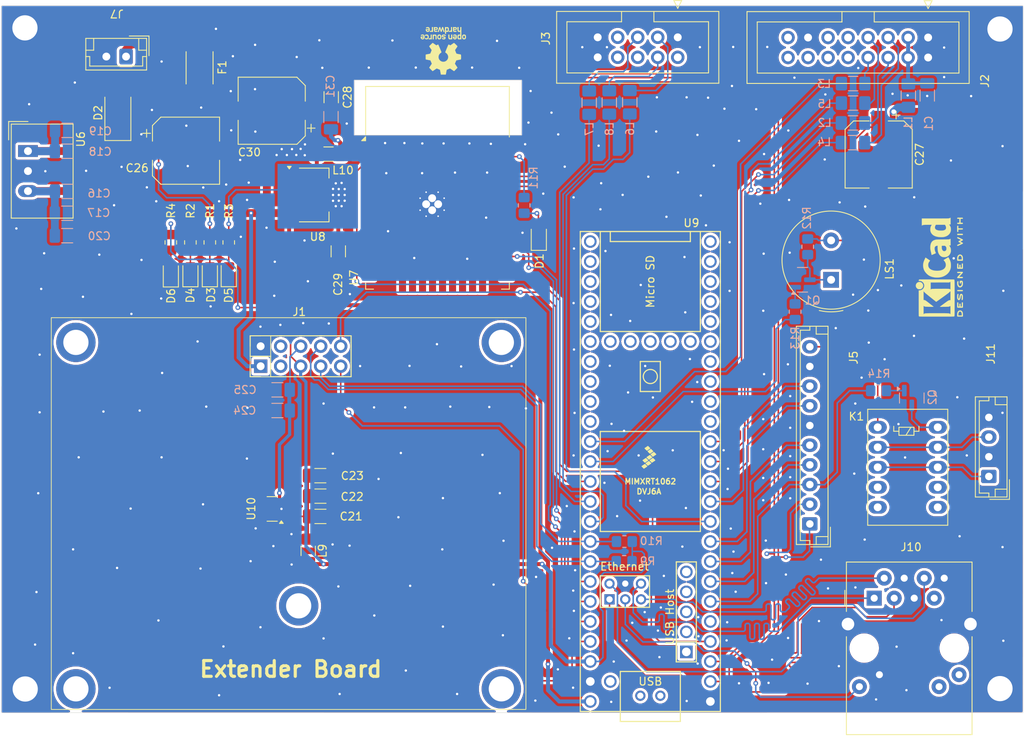
<source format=kicad_pcb>
(kicad_pcb (version 20240108) (generator "pcbnew") (generator_version "8.0")
  (layers (0 "F.Cu" signal) (31 "B.Cu" signal) (34 "B.Paste" user) (35 "F.Paste" user) (36 "B.SilkS" user "B.Silkscreen") (37 "F.SilkS" user "F.Silkscreen") (38 "B.Mask" user) (39 "F.Mask" user) (44 "Edge.Cuts" user))
  (net 0 "")
  (net 1 "CS0")
  (net 2 "+3.3V")
  (net 3 "INP_SEL")
  (net 4 "UI05")
  (net 5 "+5V")
  (net 6 "UI06")
  (net 7 "SWR-Alarm")
  (net 8 "UI03")
  (net 9 "UI04")
  (net 10 "2,6V REF")
  (net 11 "+12V")
  (net 15 "GNDD")
  (net 16 "TXD1")
  (net 17 "RXD1")
  (net 30 "Net-(U8-VO)")
  (net 31 "Net-(U7-VDD)")
  (net 34 "Net-(D1-A)")
  (net 48 "Net-(U10-Vin)")
  (net 51 "Net-(J7-Pin_1)")
  (net 61 "Net-(J10-RD-)")
  (net 69 "Net-(J10-RD+)")
  (net 76 "Net-(J10-TD-)")
  (net 77 "Net-(J10-TD+)")
  (net 81 "Piezo Alarm")
  (net 86 "Net-(U9-LED)")
  (net 90 "SCL0")
  (net 91 "SDA0")
  (net 92 "RA8875-5")
  (net 93 "RA8875-33")
  (net 94 "RA8875-7")
  (net 95 "RA8875-6")
  (net 96 "RA8875-34")
  (net 97 "RA8875-8")
  (net 98 "RA8875-35")
  (net 99 "Net-(J11-Pin_1)")
  (net 101 "Net-(Q2-C)")
  (net 103 "Net-(J11-Pin_3)")
  (net 104 "Net-(Q1-C)")
  (net 105 "Net-(Q1-B)")
  (net 106 "Net-(Q2-B)")
  (net 107 "Net-(U7-IO23)")
  (net 108 "IO0")
  (net 109 "ESP_EN")
  (net 110 "ESP_RXD5")
  (net 111 "ESP_TXD5")
  (net 112 "ESP_TXD1")
  (net 113 "ESP_RXD1")
  (net 114 "INP_SEL2")
  (net 115 "CS1")
  (net 116 "Net-(J2-Pin_3)")
  (net 121 "Net-(J2-Pin_6)")
  (net 123 "Net-(J2-Pin_5)")
  (net 125 "Net-(J2-Pin_7)")
  (net 126 "Net-(J2-Pin_8)")
  (net 129 "Net-(J3-Pin_5)")
  (net 132 "Net-(J3-Pin_3)")
  (net 134 "Net-(J3-Pin_4)")
  (net 135 "Net-(D2-A)")
  (net 136 "Net-(D3-A)")
  (net 137 "Net-(D4-A)")
  (net 138 "Net-(D5-A)")
  (net 139 "Net-(D6-A)")
  (footprint "Diode_SMD:D_SMA" (layer "F.Cu") (at 97.75 62.125 90)
    (property "Reference" "D2")
    (property "Value" "US2BA")
  )
  (footprint "Symbol:KiCad-Logo2_5mm_SilkScreen" (layer "F.Cu") (at 202.01 81.72 90)
    (property "Reference" "REF**" (hide yes))
    (property "Value" "KiCad-Logo2_5mm_SilkScreen" (hide yes))
  )
  (footprint "Resistor_SMD:R_0805_2012Metric_Pad1.20x1.40mm_HandSolder" (layer "F.Cu") (at 104.475 78.575 90)
    (property "Reference" "R4")
    (property "Value" "1k")
  )
  (footprint "Inductor_SMD:L_1206_3216Metric_Pad1.42x1.75mm_HandSolder" (layer "F.Cu") (at 124.49 67.36 180)
    (property "Reference" "L10")
    (property "Value" "L")
  )
  (footprint "RF_Module:ESP32-WROOM-32" (layer "F.Cu") (at 138.32 74.63)
    (property "Reference" "U7")
    (property "Value" "ESP32-WROOM-32")
  )
  (footprint "Capacitor_SMD:CP_Elec_8x11.9" (layer "F.Cu") (at 106.4 66.925)
    (property "Reference" "C26")
    (property "Value" "100uF")
  )
  (footprint "Connector_IDC:IDC-Header_2x08_P2.54mm_Vertical" (layer "F.Cu") (at 200.595 52.55 -90)
    (property "Reference" "J2")
    (property "Value" "Conn_02x08_Odd_Even" (hide yes))
  )
  (footprint "Capacitor_SMD:C_1206_3216Metric_Pad1.33x1.80mm_HandSolder" (layer "F.Cu") (at 123.4625 110.8 180)
    (property "Reference" "C22")
    (property "Value" "10n")
  )
  (footprint "LED_SMD:LED_0805_2012Metric" (layer "F.Cu") (at 109.425 82.525 90)
    (property "Reference" "D3")
    (property "Value" "LED")
  )
  (footprint "Converter_DCDC:Converter_DCDC_TRACO_TSR-1_THT" (layer "F.Cu") (at 86.34 66.97 -90)
    (property "Reference" "U6")
    (property "Value" "TSR_1-24150")
  )
  (footprint "Connector_RJ:RJ45_Amphenol_RJMG1BD3B8K1ANR" (layer "F.Cu") (at 193.75 123.76)
    (property "Reference" "J10")
    (property "Value" "RJ45_Amphenol_RJMG1BD3B8K1ANR")
  )
  (footprint "Connector_JST:JST_EH_B2B-EH-A_1x02_P2.50mm_Vertical" (layer "F.Cu") (at 98.79 54.97 180)
    (property "Reference" "J7")
    (property "Value" "Conn_01x02_Socket")
  )
  (footprint "Capacitor_SMD:C_1206_3216Metric_Pad1.33x1.80mm_HandSolder" (layer "F.Cu") (at 123.45 108.2 180)
    (property "Reference" "C23")
    (property "Value" "1n")
  )
  (footprint "Buzzer_Beeper:Buzzer_TDK_PS1240P02BT_D12.2mm_H6.5mm" (layer "F.Cu") (at 188.28 83.320784 90)
    (property "Reference" "LS1")
    (property "Value" "Speaker_Crystal" (hide yes))
  )
  (footprint "Connector_IDC:IDC-Header_2x05_P2.54mm_Vertical" (layer "F.Cu") (at 168.815 52.525 -90)
    (property "Reference" "J3")
    (property "Value" "Conn_02x05_Odd_Even" (hide yes))
  )
  (footprint "Capacitor_SMD:C_1206_3216Metric_Pad1.33x1.80mm_HandSolder" (layer "F.Cu") (at 123.4625 113.375 180)
    (property "Reference" "C21")
    (property "Value" "10µF")
  )
  (footprint "Capacitor_SMD:C_1206_3216Metric_Pad1.33x1.80mm_HandSolder" (layer "F.Cu") (at 125.73 79.71 90)
    (property "Reference" "C29")
    (property "Value" "1n")
  )
  (footprint "Capacitor_SMD:CP_Elec_8x11.9" (layer "F.Cu") (at 194.32 67.41 -90)
    (property "Reference" "C27")
    (property "Value" "100uF")
  )
  (footprint "Resistor_SMD:R_0805_2012Metric_Pad1.20x1.40mm_HandSolder" (layer "F.Cu") (at 106.958332 78.575 90)
    (property "Reference" "R2")
    (property "Value" "1k")
  )
  (footprint "Symbol:OSHW-Logo_5.7x6mm_SilkScreen" (layer "F.Cu") (at 139.07 54.24 180)
    (property "Reference" "REF**" (hide yes))
    (property "Value" "OSHW-Logo_5.7x6mm_SilkScreen" (hide yes))
  )
  (footprint "LED_SMD:LED_0805_2012Metric" (layer "F.Cu") (at 104.475 82.55 90)
    (property "Reference" "D6")
    (property "Value" "LED")
  )
  (footprint "Relay_THT:Relay_DPDT_FRT5" (layer "F.Cu") (at 194.195 102.055)
    (property "Reference" "K1")
    (property "Value" "FRT5")
  )
  (footprint "Connector_JST:JST_EH_B10B-EH-A_1x10_P2.50mm_Vertical" (layer "F.Cu") (at 185.58 114.33 90)
    (property "Reference" "J5")
    (property "Value" "Conn_01x10_Socket")
  )
  (footprint "Capacitor_SMD:CP_Elec_8x11.9" (layer "F.Cu") (at 117.28 61.85 180)
    (property "Reference" "C30")
    (property "Value" "100uF")
  )
  (footprint "LED_SMD:LED_0805_2012Metric" (layer "F.Cu") (at 151.18 77.9 90)
    (property "Reference" "D1")
    (property "Value" "LED")
  )
  (footprint "LED_SMD:LED_0805_2012Metric" (layer "F.Cu") (at 111.825 82.5125 90)
    (property "Reference" "D5")
    (property "Value" "LED")
  )
  (footprint "Fuse:Fuse_2512_6332Metric_Pad1.52x3.35mm_HandSolder" (layer "F.Cu") (at 108.125 56.4 -90)
    (property "Reference" "F1")
    (property "Value" "Polyfuse")
  )
  (footprint "Resistor_SMD:R_0805_2012Metric_Pad1.20x1.40mm_HandSolder" (layer "F.Cu") (at 109.425 78.575 90)
    (property "Reference" "R1")
    (property "Value" "1k")
  )
  (footprint "Connector_JST:JST_EH_B4B-EH-A_1x04_P2.50mm_Vertical" (layer "F.Cu") (at 208.3 108.3 90)
    (property "Reference" "J11")
    (property "Value" "Conn_01x04_Socket")
  )
  (footprint "Capacitor_SMD:C_1206_3216Metric_Pad1.33x1.80mm_HandSolder" (layer "F.Cu") (at 124.83 60.13 -90)
    (property "Reference" "C28")
    (property "Value" "10n")
  )
  (footprint "Package_TO_SOT_SMD:SOT-223-3_TabPin2" (layer "F.Cu") (at 122.64 72.55)
    (property "Reference" "U8")
    (property "Value" "AMS1117-3.3")
  )
  (footprint "LED_SMD:LED_0805_2012Metric" (layer "F.Cu") (at 106.958332 82.525 90)
    (property "Reference" "D4")
    (property "Value" "LED")
  )
  (footprint "Resistor_SMD:R_0805_2012Metric_Pad1.20x1.40mm_HandSolder" (layer "F.Cu") (at 111.825 78.575 90)
    (property "Reference" "R3")
    (property "Value" "1k")
  )
  (footprint "Package_TO_SOT_SMD:SOT-23" (layer "F.Cu") (at 117.3375 112.425 180)
    (property "Reference" "U10")
    (property "Value" "ISL60002DIH326Z")
  )
  (footprint "teensy.pretty-master:Teensy41" (layer "F.Cu") (at 165.335 107.67 90)
    (property "Reference" "U9")
    (property "Value" "Teensy4.1")
  )
  (footprint "Inductor_SMD:L_1206_3216Metric_Pad1.42x1.75mm_HandSolder" (layer "F.Cu") (at 121.9125 117.75 -90)
    (property "Reference" "L9")
    (property "Value" "L")
  )
  (footprint "Connector_PinHeader_2.54mm:PinHeader_2x05_P2.54mm_Vertical" (layer "F.Cu") (at 115.875 94.3 90)
    (property "Reference" "J1")
    (property "Value" "Conn_02x05_Odd_Even")
  )
  (footprint "Inductor_SMD:L_1206_3216Metric_Pad1.42x1.75mm_HandSolder" (layer "B.Cu") (at 160.125 60.8 -90)
    (property "Reference" "L8")
    (property "Value" "L")
  )
  (footprint "Inductor_SMD:L_1206_3216Metric_Pad1.42x1.75mm_HandSolder" (layer "B.Cu") (at 191.0625 63.4 180)
    (property "Reference" "L2")
    (property "Value" "L")
  )
  (footprint "Resistor_SMD:R_0805_2012Metric_Pad1.20x1.40mm_HandSolder" (layer "B.Cu") (at 185.31 79.13 90)
    (property "Reference" "R12")
    (property "Value" "1k")
  )
  (footprint "Inductor_SMD:L_1206_3216Metric_Pad1.42x1.75mm_HandSolder" (layer "B.Cu") (at 162.725 60.775 -90)
    (property "Reference" "L6")
    (property "Value" "L")
  )
  (footprint "Package_TO_SOT_SMD:SOT-23" (layer "B.Cu") (at 184.6475 83.32)
    (property "Reference" "Q1")
    (property "Value" "MMBT3904")
  )
  (footprint "Capacitor_SMD:C_1206_3216Metric_Pad1.33x1.80mm_HandSolder" (layer "B.Cu") (at 91.34 64.345 180)
    (property "Reference" "C19")
    (property "Value" "1n")
  )
  (footprint "Resistor_SMD:R_0805_2012Metric_Pad1.20x1.40mm_HandSolder" (layer "B.Cu") (at 162.04 116.57)
    (property "Reference" "R10")
    (property "Value" "2k2")
  )
  (footprint "Capacitor_SMD:C_1206_3216Metric_Pad1.33x1.80mm_HandSolder" (layer "B.Cu") (at 124.8 62.65 -90)
    (property "Reference" "C31")
    (property "Value" "10n")
  )
  (footprint "Capacitor_SMD:C_1206_3216Metric_Pad1.33x1.80mm_HandSolder" (layer "B.Cu") (at 118 97.3)
    (property "Reference" "C25")
    (property "Value" "1n")
  )
  (footprint "Resistor_SMD:R_0805_2012Metric_Pad1.20x1.40mm_HandSolder" (layer "B.Cu") (at 149.32 73.87 90)
    (property "Reference" "R11")
    (property "Value" "1k")
  )
  (footprint "Capacitor_SMD:C_1206_3216Metric_Pad1.33x1.80mm_HandSolder" (layer "B.Cu") (at 118 99.925)
    (property "Reference" "C24")
    (property "Value" "10n")
  )
  (footprint "Inductor_SMD:L_1206_3216Metric_Pad1.42x1.75mm_HandSolder" (layer "B.Cu") (at 198.085 59.925 -90)
    (property "Reference" "L1")
    (property "Value" "L")
  )
  (footprint "Capacitor_SMD:C_1206_3216Metric_Pad1.33x1.80mm_HandSolder" (layer "B.Cu") (at 91.315 77.72 180)
    (property "Reference" "C20")
    (property "Value" "10µF")
  )
  (footprint "Inductor_SMD:L_1206_3216Metric_Pad1.42x1.75mm_HandSolder" (layer "B.Cu") (at 191.075 60.875 180)
    (property "Reference" "L5")
    (property "Value" "L")
  )
  (footprint "Inductor_SMD:L_1206_3216Metric_Pad1.42x1.75mm_HandSolder" (layer "B.Cu") (at 157.575 60.825 -90)
    (property "Reference" "L7")
    (property "Value" "L")
  )
  (footprint "Inductor_SMD:L_1206_3216Metric_Pad1.42x1.75mm_HandSolder" (layer "B.Cu") (at 191.0625 65.9 180)
    (property "Reference" "L4")
    (property "Value" "L")
  )
  (footprint "Capacitor_SMD:C_1206_3216Metric_Pad1.33x1.80mm_HandSolder" (layer "B.Cu") (at 91.3275 72.095 180)
    (property "Reference" "C16")
    (property "Value" "1n")
  )
  (footprint "Package_TO_SOT_SMD:SOT-23" (layer "B.Cu") (at 198.52 98.3375 -90)
    (property "Reference" "Q2")
    (property "Value" "MMBT3904")
  )
  (footprint "Resistor_SMD:R_0805_2012Metric_Pad1.20x1.40mm_HandSolder" (layer "B.Cu") (at 194.3 97.41)
    (property "Reference" "R14")
    (property "Value" "4k7")
  )
  (footprint "Resistor_SMD:R_0805_2012Metric_Pad1.20x1.40mm_HandSolder" (layer "B.Cu") (at 183.71 87.38 90)
    (property "Reference" "R13")
    (property "Value" "10k")
  )
  (footprint "Capacitor_SMD:C_1206_3216Metric_Pad1.33x1.80mm_HandSolder" (layer "B.Cu") (at 200.485 59.925 90)
    (property "Reference" "C1")
    (property "Value" "100n")
  )
  (footprint "Capacitor_SMD:C_1206_3216Metric_Pad1.33x1.80mm_HandSolder" (layer "B.Cu") (at 91.315 74.87 180)
    (property "Reference" "C17")
    (property "Value" "10n")
  )
  (footprint "Inductor_SMD:L_1206_3216Metric_Pad1.42x1.75mm_HandSolder" (layer "B.Cu") (at 191.075 58.4 180)
    (property "Reference" "L3")
    (property "Value" "L")
  )
  (footprint "Resistor_SMD:R_0805_2012Metric_Pad1.20x1.40mm_HandSolder" (layer "B.Cu") (at 162.015 119.095)
    (property "Reference" "R9")
    (property "Value" "2k2")
  )
  (footprint "Capacitor_SMD:C_1206_3216Metric_Pad1.33x1.80mm_HandSolder" (layer "B.Cu") (at 91.315 66.995 180)
    (property "Reference" "C18")
    (property "Value" "10n")
  )
  (gr_rect (start 118.12 68.7) (end 128.12 76.72) (stroke (width 0.2)) (fill solid) (layer "B.Cu") (net 30))
  (gr_rect (start 89.3 88.13) (end 149.54 137.89) (stroke (width 0.1)) (fill none) (layer "F.SilkS"))
  (gr_line (start 117.15 90.45) (end 117.175 90.45) (stroke (width 0.1)) (layer "F.SilkS"))
  (gr_line (start 114.55 93.05) (end 117.15 93.05) (stroke (width 0.1)) (layer "F.SilkS"))
  (gr_line (start 114.55 90.45) (end 115.875 90.45) (stroke (width 0.1)) (layer "F.SilkS"))
  (gr_line (start 114.55 95.65) (end 114.55 93.05) (stroke (width 0.1)) (layer "F.SilkS"))
  (gr_line (start 117.15 93.05) (end 117.15 90.45) (stroke (width 0.1)) (layer "F.SilkS"))
  (gr_line (start 127.35 90.45) (end 127.35 95.65) (stroke (width 0.1)) (layer "F.SilkS"))
  (gr_line (start 127.35 95.65) (end 114.55 95.65) (stroke (width 0.1)) (layer "F.SilkS"))
  (gr_line (start 114.55 91.775) (end 114.55 90.45) (stroke (width 0.1)) (layer "F.SilkS"))
  (gr_line (start 117.175 90.45) (end 127.35 90.45) (stroke (width 0.1)) (layer "F.SilkS"))
  (gr_rect (start 82.99 48.52) (end 212.64 138.295) (stroke (width 0.05)) (fill none) (layer "Edge.Cuts"))
  (gr_rect (start 127.74 57.945) (end 149.015 64.97) (stroke (width 0.05)) (fill none) (layer "Edge.Cuts"))
  (gr_text "DJ1YR" (at 212.365 79.445 90) (layer "F.Cu") (effects (font (size 1.5 1.5) (thickness 0.3) (bold yes)) (justify left bottom)))
  (gr_text "REV 3.2" (at 83.165 88.645 270) (layer "F.Cu") (effects (font (size 1.3 1.3) (thickness 0.3) (bold yes)) (justify left bottom)))
  (gr_text "Extender Board" (at 107.91 133.95 0) (layer "F.SilkS") (effects (font (size 2 2) (thickness 0.4) (bold yes)) (justify left bottom)))
  (via (at 146.425 91.275) (size 5) (drill 3.2) (layers "F.Cu" "B.Cu") (net 0))
  (via (at 146.425 135.275) (size 5) (drill 3.2) (layers "F.Cu" "B.Cu") (net 0))
  (via (at 120.699999 124.733068) (size 5) (drill 3.2) (layers "F.Cu" "B.Cu") (net 0))
  (via (at 92.425 135.275) (size 5) (drill 3.2) (layers "F.Cu" "B.Cu") (net 0))
  (via (at 92.425 91.275) (size 5) (drill 3.2) (layers "F.Cu" "B.Cu") (net 0))
  (segment (start 104.475 77.575) (end 104.475 76.2) (width 0.2) (layer "F.Cu") (net 2))
  (segment (start 120.955 94.3) (end 119.675 93.02) (width 0.2) (layer "F.Cu") (net 2))
  (segment (start 151.5975 119.4325) (end 123.85 119.4325) (width 0.5) (layer "F.Cu") (net 2))
  (segment (start 118.475 86.85) (end 112.975 86.85) (width 0.2) (layer "F.Cu") (net 2))
  (segment (start 123.85 119.4325) (end 122.1075 119.4325) (width 0.5) (layer "F.Cu") (net 2))
  (segment (start 119.675 88.05) (end 118.475 86.85) (width 0.2) (layer "F.Cu") (net 2))
  (segment (start 122.1075 119.4325) (end 121.9125 119.2375) (width 0.5) (layer "F.Cu") (net 2))
  (segment (start 119.675 93.02) (end 119.675 88.05) (width 0.2) (layer "F.Cu") (net 2))
  (via (at 151.5975 119.4325) (size 0.6) (drill 0.3) (layers "F.Cu" "B.Cu") (net 2))
  (via (at 104.475 76.2) (size 0.6) (drill 0.3) (layers "F.Cu" "B.Cu") (net 2))
  (via (at 112.975 86.85) (size 0.6) (drill 0.3) (layers "F.Cu" "B.Cu") (net 2))
  (via (at 123.85 119.4325) (size 0.6) (drill 0.3) (layers "F.Cu" "B.Cu") (net 2))
  (segment (start 152.695 120.53) (end 152.695 127.675) (width 0.5) (layer "B.Cu") (net 2))
  (segment (start 159.315 125.42) (end 158.99 125.095) (width 0.2) (layer "B.Cu") (net 2))
  (segment (start 112.975 82.15) (end 111.55 80.725) (width 0.2) (layer "B.Cu") (net 2))
  (segment (start 120.955 94.3) (end 120.955 95.63) (width 0.4) (layer "B.Cu") (net 2))
  (segment (start 159.465 120.495) (end 164.19 120.495) (width 0.2) (layer "B.Cu") (net 2))
  (segment (start 152.695 129.775) (end 152.695 127.675) (width 0.5) (layer "B.Cu") (net 2))
  (segment (start 105.475 80.725) (end 104.475 79.725) (width 0.2) (layer "B.Cu") (net 2))
  (segment (start 154.72 131.8) (end 152.695 129.775) (width 0.5) (layer "B.Cu") (net 2))
  (segment (start 164.24 117.82) (end 163.065 117.82) (width 0.2) (layer "B.Cu") (net 2))
  (segment (start 120.955 95.63) (end 121.625 96.3) (width 0.4) (layer "B.Cu") (net 2))
  (segment (start 158.81 131.8) (end 159.315 131.295) (width 0.2) (layer "B.Cu") (net 2))
  (segment (start 157.715 131.8) (end 158.81 131.8) (width 0.2) (layer "B.Cu") (net 2))
  (segment (start 158.99 125.095) (end 158.99 120.97) (width 0.2) (layer "B.Cu") (net 2))
  (segment (start 163.04 119.07) (end 163.015 119.095) (width 0.2) (layer "B.Cu") (net 2))
  (segment (start 164.565 120.12) (end 164.565 118.145) (width 0.2) (layer "B.Cu") (net 2))
  (segment (start 121.625 117.175) (end 123.9 119.45) (width 0.4) (layer "B.Cu") (net 2))
  (segment (start 164.19 120.495) (end 164.565 120.12) (width 0.2) (layer "B.Cu") (net 2))
  (segment (start 104.475 79.725) (end 104.475 76.2) (width 0.2) (layer "B.Cu") (net 2))
  (segment (start 159.315 131.295) (end 159.315 125.42) (width 0.2) (layer "B.Cu") (net 2))
  (segment (start 121.625 96.3) (end 121.625 117.175) (width 0.4) (layer "B.Cu") (net 2))
  (segment (start 158.99 120.97) (end 159.465 120.495) (width 0.2) (layer "B.Cu") (net 2))
  (segment (start 163.04 116.57) (end 163.04 117.77) (width 0.2) (layer "B.Cu") (net 2))
  (segment (start 164.565 118.145) (end 164.24 117.82) (width 0.2) (layer "B.Cu") (net 2))
  (segment (start 151.5975 119.4325) (end 152.695 120.53) (width 0.5) (layer "B.Cu") (net 2))
  (segment (start 157.715 131.8) (end 154.72 131.8) (width 0.5) (layer "B.Cu") (net 2))
  (segment (start 163.04 117.77) (end 163.04 119.07) (width 0.2) (layer "B.Cu") (net 2))
  (segment (start 112.975 86.85) (end 112.975 82.15) (width 0.2) (layer "B.Cu") (net 2))
  (segment (start 111.55 80.725) (end 105.475 80.725) (width 0.2) (layer "B.Cu") (net 2))
  (segment (start 154.605 108.93) (end 153.35 107.675) (width 0.2) (layer "F.Cu") (net 3))
  (segment (start 151.5 84.9) (end 148.85 84.9) (width 0.2) (layer "F.Cu") (net 3))
  (segment (start 153.35 107.675) (end 153.35 86.75) (width 0.2) (layer "F.Cu") (net 3))
  (segment (start 157.695 108.93) (end 154.605 108.93) (width 0.2) (layer "F.Cu") (net 3))
  (segment (start 153.35 86.75) (end 151.5 84.9) (width 0.2) (layer "F.Cu") (net 3))
  (via (at 148.85 84.9) (size 0.6) (drill 0.3) (layers "F.Cu" "B.Cu") (net 3))
  (segment (start 126.025 91.75) (end 126.035 91.76) (width 0.2) (layer "B.Cu") (net 3))
  (segment (start 148.85 84.9) (end 129.3 84.9) (width 0.2) (layer "B.Cu") (net 3))
  (segment (start 129.3 84.9) (end 126.025 88.175) (width 0.2) (layer "B.Cu") (net 3))
  (segment (start 126.025 88.175) (end 126.025 91.75) (width 0.2) (layer "B.Cu") (net 3))
  (segment (start 182.665 99.345) (end 185.54 99.345) (width 0.2) (layer "B.Cu") (net 4))
  (segment (start 176.36 116.55) (end 177.59 115.32) (width 0.2) (layer "B.Cu") (net 4))
  (segment (start 177.59 115.32) (end 177.59 104.42) (width 0.2) (layer "B.Cu") (net 4))
  (segment (start 172.935 116.55) (end 176.36 116.55) (width 0.2) (layer "B.Cu") (net 4))
  (segment (start 177.59 104.42) (end 182.665 99.345) (width 0.2) (layer "B.Cu") (net 4))
  (segment (start 116.66 65.12) (end 116.66 74.85) (width 1) (layer "F.Cu") (net 5))
  (segment (start 185.58 91.83) (end 188.7 91.83) (width 0.2) (layer "F.Cu") (net 5))
  (segment (start 196.225 61.975) (end 196.225 63.175) (width 1) (layer "F.Cu") (net 5))
  (segment (start 194.135 93.33) (end 194.195 93.39) (width 0.2) (layer "F.Cu") (net 5))
  (segment (start 151.38 118.154339) (end 151.38 87.71) (width 0.5) (layer "F.Cu") (net 5))
  (segment (start 116.66 74.85) (end 106.975 74.85) (width 1) (layer "F.Cu") (net 5))
  (segment (start 150.22 86.55) (end 122.379339 86.55) (width 0.5) (layer "F.Cu") (net 5))
  (segment (start 152.35 125.33) (end 152.3475 125.3275) (width 0.5) (layer "F.Cu") (net 5))
  (segment (start 188.28 78.320784) (end 191.270784 78.320784) (width 0.2) (layer "F.Cu") (net 5))
  (segment (start 205.03 51.310484) (end 203.799516 50.08) (width 1) (layer "F.Cu") (net 5))
  (segment (start 191.28 78.33) (end 191.28 65.55) (width 0.2) (layer "F.Cu") (net 5))
  (segment (start 119.49 74.85) (end 116.66 74.85) (width 1) (layer "F.Cu") (net 5))
  (segment (start 190.2 93.33) (end 194.135 93.33) (width 0.2) (layer "F.Cu") (net 5))
  (segment (start 152.3475 119.121839) (end 151.38 118.154339) (width 0.5) (layer "F.Cu") (net 5))
  (segment (start 194.195 93.39) (end 194.195 86.715) (width 0.2) (layer "F.Cu") (net 5))
  (segment (start 119.06 50.08) (end 117.25 51.89) (width 1) (layer "F.Cu") (net 5))
  (segment (start 203.799516 50.08) (end 119.06 50.08) (width 1) (layer "F.Cu") (net 5))
  (segment (start 196.24 61.99) (end 201.45 61.99) (width 1) (layer "F.Cu") (net 5))
  (segment (start 191.28 83.8) (end 191.28 78.33) (width 0.2) (layer "F.Cu") (net 5))
  (segment (start 101.585 74.85) (end 98.785 72.05) (width 1) (layer "F.Cu") (net 5))
  (segment (start 192.895 63.935) (end 194.32 63.935) (width 0.2) (layer "F.Cu") (net 5))
  (segment (start 122.379339 86.55) (end 119.49 83.660661) (width 0.5) (layer "F.Cu") (net 5))
  (segment (start 151.38 87.71) (end 150.22 86.55) (width 0.5) (layer "F.Cu") (net 5))
  (segment (start 188.7 91.83) (end 190.2 93.33) (width 0.2) (layer "F.Cu") (net 5))
  (segment (start 117.25 51.89) (end 117.25 64.53) (width 1) (layer "F.Cu") (net 5))
  (segment (start 194.195 86.715) (end 191.28 83.8) (width 0.2) (layer "F.Cu") (net 5))
  (segment (start 195.465 63.935) (end 194.32 63.935) (width 1) (layer "F.Cu") (net 5))
  (segment (start 196.225 63.175) (end 195.465 63.935) (width 1) (layer "F.Cu") (net 5))
  (segment (start 191.270784 78.320784) (end 191.28 78.33) (width 0.2) (layer "F.Cu") (net 5))
  (segment (start 194.195 102.055) (end 194.195 93.39) (width 0.2) (layer "F.Cu") (net 5))
  (segment (start 117.25 64.53) (end 116.66 65.12) (width 1) (layer "F.Cu") (net 5))
  (segment (start 196.225 61.975) (end 196.24 61.99) (width 1) (layer "F.Cu") (net 5))
  (segment (start 152.3475 125.3275) (end 152.3475 119.121839) (width 0.5) (layer "F.Cu") (net 5))
  (segment (start 119.49 83.660661) (end 119.49 74.85) (width 0.5) (layer "F.Cu") (net 5))
  (segment (start 106.958332 77.575) (end 106.958332 74.866668) (width 0.2) (layer "F.Cu") (net 5))
  (segment (start 201.45 61.99) (end 205.03 58.41) (width 1) (layer "F.Cu") (net 5))
  (segment (start 86.34 72.05) (end 98.785 72.05) (width 1) (layer "F.Cu") (net 5))
  (segment (start 106.958332 74.866668) (end 106.975 74.85) (width 0.2) (layer "F.Cu") (net 5))
  (segment (start 106.975 74.85) (end 101.585 74.85) (width 1) (layer "F.Cu") (net 5))
  (segment (start 191.28 65.55) (end 192.895 63.935) (width 0.2) (layer "F.Cu") (net 5))
  (segment (start 205.03 58.41) (end 205.03 51.310484) (width 1) (layer "F.Cu") (net 5))
  (segment (start 152.35 132.15) (end 152.35 125.33) (width 0.5) (layer "F.Cu") (net 5))
  (via (at 152.35 132.15) (size 0.6) (drill 0.3) (layers "F.Cu" "B.Cu") (net 5))
  (via (at 196.225 61.975) (size 1) (drill 0.6) (layers "F.Cu" "B.Cu") (net 5))
  (via (at 114.66 74.85) (size 0.6) (drill 0.3) (layers "F.Cu" "B.Cu") (net 5))
  (segment (start 196.7875 61.4125) (end 198.085 61.4125) (width 1) (layer "B.Cu") (net 5))
  (segment (start 152.35 132.15) (end 152.35 135.455) (width 0.5) (layer "B.Cu") (net 5))
  (segment (start 186.49 78.13) (end 185.31 78.13) (width 0.2) (layer "B.Cu") (net 5))
  (segment (start 186.680784 78.320784) (end 186.49 78.13) (width 0.2) (layer "B.Cu") (net 5))
  (segment (start 114.18 94.3) (end 115.875 94.3) (width 0.5) (layer "B.Cu") (net 5))
  (segment (start 188.28 78.320784) (end 186.680784 78.320784) (width 0.2) (layer "B.Cu") (net 5))
  (segment (start 89.765 72.095) (end 86.385 72.095) (width 1) (layer "B.Cu") (net 5))
  (segment (start 152.35 135.455) (end 153.775 136.88) (width 0.5) (layer "B.Cu") (net 5))
  (segment (start 113.08 93.2) (end 114.18 94.3) (width 0.5) (layer "B.Cu") (net 5))
  (segment (start 89.7525 72.1075) (end 89.765 72.095) (width 1) (layer "B.Cu") (net 5))
  (segment (start 113.08 89.68) (end 113.08 93.2) (width 0.5) (layer "B.Cu") (net 5))
  (segment (start 86.385 72.095) (end 86.34 72.05) (width 1) (layer "B.Cu") (net 5))
  (segment (start 114.66 88.1) (end 113.08 89.68) (width 0.5) (layer "B.Cu") (net 5))
  (segment (start 114.66 74.85) (end 114.66 88.1) (width 0.5) (layer "B.Cu") (net 5))
  (segment (start 196.225 61.975) (end 196.7875 61.4125) (width 1) (layer "B.Cu") (net 5))
  (segment (start 153.775 136.88) (end 157.715 136.88) (width 0.5) (layer "B.Cu") (net 5))
  (segment (start 89.7525 74.87) (end 89.7525 77.72) (width 1) (layer "B.Cu") (net 5))
  (segment (start 89.7525 74.87) (end 89.7525 72.1075) (width 1) (layer "B.Cu") (net 5))
  (segment (start 177.14 102.22) (end 182.515 96.845) (width 0.2) (layer "B.Cu") (net 6))
  (segment (start 182.515 96.845) (end 185.54 96.845) (width 0.2) (layer "B.Cu") (net 6))
  (segment (start 177.14 110.045) (end 177.14 102.22) (width 0.2) (layer "B.Cu") (net 6))
  (segment (start 175.705 111.48) (end 177.14 110.045) (width 0.2) (layer "B.Cu") (net 6))
  (segment (start 172.955 111.48) (end 175.705 111.48) (width 0.2) (layer "B.Cu") (net 6))
  (segment (start 187.465 109.345) (end 185.54 109.345) (width 0.2) (layer "B.Cu") (net 7))
  (segment (start 189.06 98.98) (end 189.06 107.75) (width 0.2) (layer "B.Cu") (net 7))
  (segment (start 190.63 97.41) (end 189.06 98.98) (width 0.2) (layer "B.Cu") (net 7))
  (segment (start 178.965 123.195) (end 178.965 113.37) (width 0.2) (layer "B.Cu") (net 7))
  (segment (start 178.965 113.37) (end 182.99 109.345) (width 0.2) (layer "B.Cu") (net 7))
  (segment (start 182.99 109.345) (end 185.54 109.345) (width 0.2) (layer "B.Cu") (net 7))
  (segment (start 172.955 124.18) (end 177.98 124.18) (width 0.2) (layer "B.Cu") (net 7))
  (segment (start 193.3 97.41) (end 190.63 97.41) (width 0.2) (layer "B.Cu") (net 7))
  (segment (start 177.98 124.18) (end 178.965 123.195) (width 0.2) (layer "B.Cu") (net 7))
  (segment (start 189.06 107.75) (end 187.465 109.345) (width 0.2) (layer "B.Cu") (net 7))
  (segment (start 178.465 111.195) (end 182.815 106.845) (width 0.2) (layer "B.Cu") (net 8))
  (segment (start 178.465 120.495) (end 178.465 111.195) (width 0.2) (layer "B.Cu") (net 8))
  (segment (start 177.33 121.63) (end 178.465 120.495) (width 0.2) (layer "B.Cu") (net 8))
  (segment (start 172.935 121.63) (end 177.33 121.63) (width 0.2) (layer "B.Cu") (net 8))
  (segment (start 182.815 106.845) (end 185.54 106.845) (width 0.2) (layer "B.Cu") (net 8))
  (segment (start 178.04 117.895) (end 178.04 108.945) (width 0.2) (layer "B.Cu") (net 9))
  (segment (start 178.04 108.945) (end 182.64 104.345) (width 0.2) (layer "B.Cu") (net 9))
  (segment (start 182.64 104.345) (end 185.54 104.345) (width 0.2) (layer "B.Cu") (net 9))
  (segment (start 172.955 119.1) (end 176.835 119.1) (width 0.2) (layer "B.Cu") (net 9))
  (segment (start 176.835 119.1) (end 178.04 117.895) (width 0.2) (layer "B.Cu") (net 9))
  (segment (start 118.2625 110.4) (end 118.275 110.4125) (width 0.2) (layer "F.Cu") (net 10))
  (segment (start 118.275 111.475) (end 118.275 110.4125) (width 0.4) (layer "F.Cu") (net 10))
  (via (at 118.2625 110.4) (size 0.6) (drill 0.3) (layers "F.Cu" "B.Cu") (net 10))
  (segment (start 119.6 93.115) (end 120.955 91.76) (width 0.2) (layer "B.Cu") (net 10))
  (segment (start 119.6 97.2125) (end 119.6 93.115) (width 0.2) (layer "B.Cu") (net 10))
  (segment (start 118.2625 104.2625) (end 119.55 102.975) (width 0.4) (layer "B.Cu") (net 10))
  (segment (start 119.5125 97.3) (end 119.6 97.2125) (width 0.2) (layer "B.Cu") (net 10))
  (segment (start 118.2625 110.4) (end 118.2625 104.2625) (width 0.4) (layer "B.Cu") (net 10))
  (segment (start 119.55 102.975) (end 119.55 99.9375) (width 0.4) (layer "B.Cu") (net 10))
  (segment (start 119.55 99.9375) (end 119.5625 99.925) (width 0.2) (layer "B.Cu") (net 10))
  (segment (start 119.5125 99.925) (end 119.5125 97.3) (width 0.5) (layer "B.Cu") (net 10))
  (segment (start 102.925 66.925) (end 102.925 68.675) (width 0.2) (layer "F.Cu") (net 11))
  (segment (start 109.425 77.575) (end 109.425 76.2) (width 0.2) (layer "F.Cu") (net 11))
  (segment (start 96.365 66.9575) (end 97.925 66.9575) (width 1) (layer "F.Cu") (net 11))
  (segment (start 86.34 66.97) (end 96.3525 66.97) (width 1) (layer "F.Cu") (net 11))
  (segment (start 97.75 66.7825) (end 97.925 66.9575) (width 1) (layer "F.Cu") (net 11))
  (segment (start 96.3525 66.97) (end 96.365 66.9575) (width 1) (layer "F.Cu") (net 11))
  (segment (start 97.925 66.9575) (end 103.1325 66.9575) (width 1) (layer "F.Cu") (net 11))
  (segment (start 97.75 64.125) (end 97.75 66.7825) (width 1) (layer "F.Cu") (net 11))
  (via (at 102.925 68.675) (size 0.6) (drill 0.3) (layers "F.Cu" "B.Cu") (net 11))
  (via (at 109.425 76.2) (size 0.6) (drill 0.3) (layers "F.Cu" "B.Cu") (net 11))
  (segment (start 102.925 71.875) (end 102.925 68.675) (width 0.2) (layer "B.Cu") (net 11))
  (segment (start 89.7775 64.345) (end 89.7775 66.97) (width 1) (layer "B.Cu") (net 11))
  (segment (start 103.95 72.9) (end 102.925 71.875) (width 0.2) (layer "B.Cu") (net 11))
  (segment (start 108.5 72.9) (end 103.95 72.9) (width 0.2) (layer "B.Cu") (net 11))
  (segment (start 109.425 76.2) (end 109.425 73.825) (width 0.2) (layer "B.Cu") (net 11))
  (segment (start 86.365 66.995) (end 86.34 66.97) (width 1) (layer "B.Cu") (net 11))
  (segment (start 89.7525 66.995) (end 86.365 66.995) (width 1) (layer "B.Cu") (net 11))
  (segment (start 109.425 73.825) (end 108.5 72.9) (width 0.2) (layer "B.Cu") (net 11))
  (segment (start 89.7775 66.97) (end 89.7525 66.995) (width 1) (layer "B.Cu") (net 11))
  (via (at 202.29 126.545) (size 0.6) (drill 0.3) (layers "F.Cu" "B.Cu") (net 15))
  (via (at 160.37 136.93) (size 0.6) (drill 0.3) (layers "F.Cu" "B.Cu") (net 15))
  (via (at 134.12 65.955) (size 0.6) (drill 0.3) (layers "F.Cu" "B.Cu") (net 15))
  (via (at 171.34 132.07) (size 0.6) (drill 0.3) (layers "F.Cu" "B.Cu") (net 15))
  (via (at 174.64 104.97) (size 0.6) (drill 0.3) (layers "F.Cu" "B.Cu") (net 15))
  (via (at 182.795 94.055) (size 0.6) (drill 0.3) (layers "F.Cu" "B.Cu") (net 15))
  (via (at 87.82 100.155) (size 0.6) (drill 0.3) (layers "F.Cu" "B.Cu") (net 15))
  (via (at 162.51 97.63) (size 0.6) (drill 0.3) (layers "F.Cu" "B.Cu") (net 15))
  (via (at 174.74 61.595) (size 0.6) (drill 0.3) (layers "F.Cu" "B.Cu") (net 15))
  (via (at 196.075 59.7) (size 0.6) (drill 0.3) (layers "F.Cu" "B.Cu") (net 15))
  (via (at 139.945 99.43) (size 0.6) (drill 0.3) (layers "F.Cu" "B.Cu") (net 15))
  (via (at 135.565 56.37) (size 0.6) (drill 0.3) (layers "F.Cu" "B.Cu") (net 15))
  (via (at 180.79 131.57) (size 0.6) (drill 0.3) (layers "F.Cu" "B.Cu") (net 15))
  (via (at 192.44 80.76) (size 0.6) (drill 0.3) (layers "F.Cu" "B.Cu") (net 15))
  (via (at 97.65 119.92) (size 0.6) (drill 0.3) (layers "F.Cu" "B.Cu") (net 15))
  (via (at 192.15 95.75) (size 0.6) (drill 0.3) (layers "F.Cu" "B.Cu") (net 15))
  (via (at 170.64 98.82) (size 0.6) (drill 0.3) (layers "F.Cu" "B.Cu") (net 15))
  (via (at 149.545 99.655) (size 0.6) (drill 0.3) (layers "F.Cu" "B.Cu") (net 15))
  (via (at 168.84 69.69) (size 0.6) (drill 0.3) (layers "F.Cu" "B.Cu") (net 15))
  (via (at 139.01 111.05) (size 0.6) (drill 0.3) (layers "F.Cu" "B.Cu") (net 15))
  (via (at 149.865 63.355) (size 0.6) (drill 0.3) (layers "F.Cu" "B.Cu") (net 15))
  (via (at 120.95 66.7) (size 0.6) (drill 0.3) (layers "F.Cu" "B.Cu") (net 15))
  (via (at 180.02 121.85) (size 0.6) (drill 0.3) (layers "F.Cu" "B.Cu") (net 15))
  (via (at 161.82 72.54) (size 0.6) (drill 0.3) (layers "F.Cu" "B.Cu") (net 15))
  (via (at 168.22 128.41) (size 0.6) (drill 0.3) (layers "F.Cu" "B.Cu") (net 15))
  (via (at 110.6 136.09) (size 0.6) (drill 0.3) (layers "F.Cu" "B.Cu") (net 15))
  (via (at 210.04 66.345) (size 0.6) (drill 0.3) (layers "F.Cu" "B.Cu") (net 15))
  (via (at 152.79 62.095) (size 0.6) (drill 0.3) (layers "F.Cu" "B.Cu") (net 15))
  (via (at 172.395 76.405) (size 0.6) (drill 0.3) (layers "F.Cu" "B.Cu") (net 15))
  (via (at 100.75 80.8) (size 0.6) (drill 0.3) (layers "F.Cu" "B.Cu") (net 15))
  (via (at 127.2 85.14) (size 0.6) (drill 0.3) (layers "F.Cu" "B.Cu") (net 15))
  (via (at 200.475 59.975) (size 0.6) (drill 0.3) (layers "F.Cu" "B.Cu") (net 15))
  (via (at 96.7 135.14) (size 0.6) (drill 0.3) (layers "F.Cu" "B.Cu") (net 15))
  (via (at 148.69 56.395) (size 0.6) (drill 0.3) (layers "F.Cu" "B.Cu") (net 15))
  (via (at 176.59 134.57) (size 0.6) (drill 0.3) (layers "F.Cu" "B.Cu") (net 15))
  (via (at 166.49 131.245) (size 0.6) (drill 0.3) (layers "F.Cu" "B.Cu") (net 15))
  (via (at 161.12 113.34) (size 0.6) (drill 0.3) (layers "F.Cu" "B.Cu") (net 15))
  (via (at 176.165 122.945) (size 0.6) (drill 0.3) (layers "F.Cu" "B.Cu") (net 15))
  (via (at 175.015 129.12) (size 0.6) (drill 0.3) (layers "F.Cu" "B.Cu") (net 15))
  (via (at 171.74 72.62) (size 0.6) (drill 0.3) (layers "F.Cu" "B.Cu") (net 15))
  (via (at 92.78 105.87) (size 0.6) (drill 0.3) (layers "F.Cu" "B.Cu") (net 15))
  (via (at 155.72 100.23) (size 0.6) (drill 0.3) (layers "F.Cu" "B.Cu") (net 15))
  (via (at 85.955 51.325) (size 5) (drill 3.2) (layers "F.Cu" "B.Cu") (net 15))
  (via (at 169.85 112.31) (size 0.6) (drill 0.3) (layers "F.Cu" "B.Cu") (net 15))
  (via (at 164.62 125.53) (size 0.6) (drill 0.3) (layers "F.Cu" "B.Cu") (net 15))
  (via (at 135.37 80.555) (size 0.6) (drill 0.3) (layers "F.Cu" "B.Cu") (net 15))
  (via (at 130.3 125.96) (size 0.6) (drill 0.3) (layers "F.Cu" "B.Cu") (net 15))
  (via (at 160.19 94.24) (size 0.6) (drill 0.3) (layers "F.Cu" "B.Cu") (net 15))
  (via (at 146.7 116.47) (size 0.6) (drill 0.3) (layers "F.Cu" "B.Cu") (net 15))
  (via (at 129.6 56.375) (size 0.6) (drill 0.3) (layers "F.Cu" "B.Cu") (net 15))
  (via (at 118.375 89.05) (size 0.6) (drill 0.3) (layers "F.Cu" "B.Cu") (net 15))
  (via (at 134.77 94.255) (size 0.6) (drill 0.3) (layers "F.Cu" "B.Cu") (net 15))
  (via (at 136.395 66.005) (size 0.6) (drill 0.3) (layers "F.Cu" "B.Cu") (net 15))
  (via (at 99.37 112.38) (size 0.6) (drill 0.3) (layers "F.Cu" "B.Cu") (net 15))
  (via (at 191.725 56.425) (size 0.6) (drill 0.3) (layers "F.Cu" "B.Cu") (net 15))
  (via (at 155.595 86.28) (size 0.6) (drill 0.3) (layers "F.Cu" "B.Cu") (net 15))
  (via (at 209.715 135.245) (size 5) (drill 3.2) (layers "F.Cu" "B.Cu") (net 15))
  (via (at 193.99 136.62) (size 0.6) (drill 0.3) (layers "F.Cu" "B.Cu") (net 15))
  (via (at 203.49 68.17) (size 0.6) (drill 0.3) (layers "F.Cu" "B.Cu") (net 15))
  (via (at 191.35 99.04) (size 0.6) (drill 0.3) (layers "F.Cu" "B.Cu") (net 15))
  (via (at 102.625 73.35) (size 0.6) (drill 0.3) (layers "F.Cu" "B.Cu") (net 15))
  (via (at 112.35 54.925) (size 0.6) (drill 0.3) (layers "F.Cu" "B.Cu") (net 15))
  (via (at 99.47 87.655) (size 0.6) (drill 0.3) (layers "F.Cu" "B.Cu") (net 15))
  (via (at 123.86 99.04) (size 0.6) (drill 0.3) (layers "F.Cu" "B.Cu") (net 15))
  (via (at 87.245 129.655) (size 0.6) (drill 0.3) (layers "F.Cu" "B.Cu") (net 15))
  (via (at 121.475 67.5) (size 0.6) (drill 0.3) (layers "F.Cu" "B.Cu") (net 15))
  (via (at 115.16 59.11) (size 0.6) (drill 0.3) (layers "F.Cu" "B.Cu") (net 15))
  (via (at 160.345 87.78) (size 0.6) (drill 0.3) (layers "F.Cu" "B.Cu") (net 15))
  (via (at 180.175 53.75) (size 0.6) (drill 0.3) (layers "F.Cu" "B.Cu") (net 15))
  (via (at 169.67 80.43) (size 0.6) (drill 0.3) (layers "F.Cu" "B.Cu") (net 15))
  (via (at 144.03 105.56) (size 0.6) (drill 0.3) (layers "F.Cu" "B.Cu") (net 15))
  (via (at 185.29 134.62) (size 0.6) (drill 0.3) (layers "F.Cu" "B.Cu") (net 15))
  (via (at 175.85 53.75) (size 0.6) (drill 0.3) (layers "F.Cu" "B.Cu") (net 15))
  (via (at 87.42 122.98) (size 0.6) (drill 0.3) (layers "F.Cu" "B.Cu") (net 15))
  (via (at 112.08 59.36) (size 0.6) (drill 0.3) (layers "F.Cu" "B.Cu") (net 15))
  (via (at 87.645 110.43) (size 0.6) (drill 0.3) (layers "F.Cu" "B.Cu") (net 15))
  (via (at 108.97 99.43) (size 0.6) (drill 0.3) (layers "F.Cu" "B.Cu") (net 15))
  (via (at 171.44 128.595) (size 0.6) (drill 0.3) (layers "F.Cu" "B.Cu") (net 15))
  (via (at 115.85 89.275) (size 0.6) (drill 0.3) (layers "F.Cu" "B.Cu") (net 15))
  (via (at 204.59 115.895) (size 0.6) (drill 0.3) (layers "F.Cu" "B.Cu") (net 15))
  (via (at 155.595 105.63) (size 0.6) (drill 0.3) (layers "F.Cu" "B.Cu") (net 15))
  (via (at 175.54 114.92) (size 0.6) (drill 0.3) (layers "F.Cu" "B.Cu") (net 15))
  (via (at 142.715 56.37) (size 0.6) (drill 0.3) (layers "F.Cu" "B.Cu") (net 15))
  (via (at 119.805 119.485) (size 0.6) (drill 0.3) (layers "F.Cu" "B.Cu") (net 15))
  (via (at 149.445 66.105) (size 0.6) (drill 0.3) (layers "F.Cu" "B.Cu") (net 15))
  (via (at 186.74 126.67) (size 0.6) (drill 0.3) (layers "F.Cu" "B.Cu") (net 15))
  (via (at 112.14 64.34) (size 0.6) (drill 0.3) (layers "F.Cu" "B.Cu") (net 15))
  (via (at 110.6 73.35) (size 0.6) (drill 0.3) (layers "F.Cu" "B.Cu") (net 15))
  (via (at 144.895 99.48) (size 0.6) (drill 0.3) (layers "F.Cu" "B.Cu") (net 15))
  (via (at 139.01 127.37) (size 0.6) (drill 0.3) (layers "F.Cu" "B.Cu") (net 15))
  (via (at 88.545 69.53) (size 0.6) (drill 0.3) (layers "F.Cu" "B.Cu") (net 15))
  (via (at 125.04 105.4) (size 0.6) (drill 0.3) (layers "F.Cu" "B.Cu") (net 15))
  (via (at 114.15 73.175) (size 0.6) (drill 0.3) (layers "F.Cu" "B.Cu") (net 15))
  (via (at 140.545 69.705) (size 0.6) (drill 0.3) (layers "F.Cu" "B.Cu") (net 15))
  (via (at 198.83 72.84) (size 0.6) (drill 0.3) (layers "F.Cu" "B.Cu") (net 15))
  (via (at 106.44 63.75) (size 0.6) (drill 0.3) (layers "F.Cu" "B.Cu") (net 15))
  (via (at 175.14 109.895) (size 0.6) (drill 0.3) (layers "F.Cu" "B.Cu") (net 15))
  (via (at 115.24 114.895) (size 0.6) (drill 0.3) (layers "F.Cu" "B.Cu") (net 15))
  (via (at 171.625 53.775) (size 0.6) (drill 0.3) (layers "F.Cu" "B.Cu") (net 15))
  (via (at 162 102.51) (size 0.6) (drill 0.3) (layers "F.Cu" "B.Cu") (net 15))
  (via (at 179.99 116.445) (size 0.6) (drill 0.3) (layers "F.Cu" "B.Cu") (net 15))
  (via (at 110.2 51.45) (size 0.6) (drill 0.3) (layers "F.Cu" "B.Cu") (net 15))
  (via (at 109.525 86.7) (size 0.6) (drill 0.3) (layers "F.Cu" "B.Cu") (net 15))
  (via (at 159.51 109.11) (size 0.6) (drill 0.3) (layers "F.Cu" "B.Cu") (net 15))
  (via (at 106.625 68.875) (size 0.6) (drill 0.3) (layers "F.Cu" "B.Cu") (net 15))
  (via (at 153.6 132.8) (size 0.6) (drill 0.3) (layers "F.Cu" "B.Cu") (net 15))
  (via (at 100.52 99.93) (size 0.6) (drill 0.3) (layers "F.Cu" "B.Cu") (net 15))
  (via (at 159.825 53.775) (size 0.6) (drill 0.3) (layers "F.Cu" "B.Cu") (net 15))
  (via (at 142.37 66.005) (size 0.6) (drill 0.3) (layers "F.Cu" "B.Cu") (net 15))
  (via (at 127.16 117.09) (size 0.6) (drill 0.3) (layers "F.Cu" "B.Cu") (net 15))
  (via (at 144.62 69.705) (size 0.6) (drill 0.3) (layers "F.Cu" "B.Cu") (net 15))
  (via (at 150.83 121.06) (size 0.6) (drill 0.3) (layers "F.Cu" "B.Cu") (net 15))
  (via (at 164.12 83.98) (size 0.6) (drill 0.3) (layers "F.Cu" "B.Cu") (net 15))
  (via (at 205.5 105.63) (size 0.6) (drill 0.3) (layers "F.Cu" "B.Cu") (net 15))
  (via (at 167.05 120.93) (size 0.6) (drill 0.3) (layers "F.Cu" "B.Cu") (net 15))
  (via (at 125.005 116.935) (size 0.6) (drill 0.3) (layers "F.Cu" "B.Cu") (net 15))
  (via (at 118.55 66.725) (size 0.6) (drill 0.3) (layers "F.Cu" "B.Cu") (net 15))
  (via (at 206.05 59.99) (size 0.6) (drill 0.3) (layers "F.Cu" "B.Cu") (net 15))
  (via (at 111.5 71.225) (size 0.6) (drill 0.3) (layers "F.Cu" "B.Cu") (net 15))
  (via (at 84.87 76.805) (size 0.6) (drill 0.3) (layers "F.Cu" "B.Cu") (net 15))
  (via (at 179.77 95.305) (size 0.6) (drill 0.3) (layers "F.Cu" "B.Cu") (net 15))
  (via (at 189.265 132.395) (size 0.6) (drill 0.3) (layers "F.Cu" "B.Cu") (net 15))
  (via (at 182.85 64.36) (size 0.6) (drill 0.3) (layers "F.Cu" "B.Cu") (net 15))
  (via (at 173.39 68.82) (size 0.6) (drill 0.3) (layers "F.Cu" "B.Cu") (net 15))
  (via (at 144.495 75.43) (size 0.6) (drill 0.3) (layers "F.Cu" "B.Cu") (net 15))
  (via (at 166.3 127.88) (size 0.6) (drill 0.3) (layers "F.Cu" "B.Cu") (net 15))
  (via (at 95.92 100.055) (size 0.6) (drill 0.3) (layers "F.Cu" "B.Cu") (net 15))
  (via (at 121.44 78.33) (size 0.6) (drill 0.3) (layers "F.Cu" "B.Cu") (net 15))
  (via (at 133.36 113.48) (size 0.6) (drill 0.3) (layers "F.Cu" "B.Cu") (net 15))
  (via (at 138.93 117.56) (size 0.6) (drill 0.3) (layers "F.Cu" "B.Cu") (net 15))
  (via (at 108.59 71.6) (size 0.6) (drill 0.3) (layers "F.Cu" "B.Cu") (net 15))
  (via (at 150.14 59.345) (size 0.6) (drill 0.3) (layers "F.Cu" "B.Cu") (net 15))
  (via (at 119.2 67.475) (size 0.6) (drill 0.3) (layers "F.Cu" "B.Cu") (net 15))
  (via (at 160.69 131.81) (size 0.6) (drill 0.3) (layers "F.Cu" "B.Cu") (net 15))
  (via (at 117.67 81.03) (size 0.6) (drill 0.3) (layers "F.Cu" "B.Cu") (net 15))
  (via (at 163.04 126.89) (size 0.6) (drill 0.3) (layers "F.Cu" "B.Cu") (net 15))
  (via (at 155.045 128.855) (size 0.6) (drill 0.3) (layers "F.Cu" "B.Cu") (net 15))
  (via (at 155.595 72.855) (size 0.6) (drill 0.3) (layers "F.Cu" "B.Cu") (net 15))
  (via (at 198 59.9) (size 0.6) (drill 0.3) (layers "F.Cu" "B.Cu") (net 15))
  (via (at 183.09 111.07) (size 0.6) (drill 0.3) (layers "F.Cu" "B.Cu") (net 15))
  (via (at 88.395 79.955) (size 0.6) (drill 0.3) (layers "F.Cu" "B.Cu") (net 15))
  (via (at 187.55 59.78) (size 0.6) (drill 0.3) (layers "F.Cu" "B.Cu") (net 15))
  (via (at 115.85 127.45) (size 0.6) (drill 0.3) (layers "F.Cu" "B.Cu") (net 15))
  (via (at 179.665 108.495) (size 0.6) (drill 0.3) (layers "F.Cu" "B.Cu") (net 15))
  (via (at 168.18 104.98) (size 0.6) (drill 0.3) (layers "F.Cu" "B.Cu") (net 15))
  (via (at 192.61 74.02) (size 0.6) (drill 0.3) (layers "F.Cu" "B.Cu") (net 15))
  (via (at 108.325 61.45) (size 0.6) (drill 0.3) (layers "F.Cu" "B.Cu") (net 15))
  (via (at 193 87.23) (size 0.6) (drill 0.3) (layers "F.Cu" "B.Cu") (net 15))
  (via (at 164.03 111.37) (size 0.6) (drill 0.3) (layers "F.Cu" "B.Cu") (net 15))
  (via (at 123.325 52.9) (size 0.6) (drill 0.3) (layers "F.Cu" "B.Cu") (net 15))
  (via (at 124.525 88.875) (size 0.6) (drill 0.3) (layers "F.Cu" "B.Cu") (net 15))
  (via (at 162.78 88.55) (size 0.6) (drill 0.3) (layers "F.Cu" "B.Cu") (net 15))
  (via (at 149.11 77.35) (size 0.6) (drill 0.3) (layers "F.Cu" "B.Cu") (net 15))
  (via (at 134.22 99.53) (size 0.6) (drill 0.3) (layers "F.Cu" "B.Cu") (net 15))
  (via (at 210.04 117.27) (size 0.6) (drill 0.3) (layers "F.Cu" "B.Cu") (net 15))
  (via (at 146.62 128.47) (size 0.6) (drill 0.3) (layers "F.Cu" "B.Cu") (net 15))
  (via (at 179.67 87.255) (size 0.6) (drill 0.3) (layers "F.Cu" "B.Cu") (net 15))
  (via (at 120.4 67.47) (size 0.6) (drill 0.3) (layers "F.Cu" "B.Cu") (net 15))
  (via (at 87.82 92.83) (size 0.6) (drill 0.3) (layers "F.Cu" "B.Cu") (net 15))
  (via (at 117.49 117.145) (size 0.6) (drill 0.3) (layers "F.Cu" "B.Cu") (net 15))
  (via (at 189.36 73.49) (size 0.6) (drill 0.3) (layers "F.Cu" "B.Cu") (net 15))
  (via (at 204.3 98.24) (size 0.6) (drill 0.3) (layers "F.Cu" "B.Cu") (net 15))
  (via (at 123.7 56.4) (size 0.6) (drill 0.3) (layers "F.Cu" "B.Cu") (net 15))
  (via (at 192.54 116.32) (size 0.6) (drill 0.3) (layers "F.Cu" "B.Cu") (net 15))
  (via (at 156.7 53.775) (size 0.6) (drill 0.3) (layers "F.Cu" "B.Cu") (net 15))
  (via (at 119.85 66.725) (size 0.6) (drill 0.3) (layers "F.Cu" "B.Cu") (net 15))
  (via (at 86.49 61.02) (size 0.6) (drill 0.3) (layers "F.Cu" "B.Cu") (net 15))
  (via (at 183.09 98.095) (size 0.6) (drill 0.3) (layers "F.Cu" "B.Cu") (net 15))
  (via (at 150.74 136.77) (size 0.6) (drill 0.3) (layers "F.Cu" "B.Cu") (net 15))
  (via (at 179.77 67.35) (size 0.6) (drill 0.3) (layers "F.Cu" "B.Cu") (net 15))
  (via (at 120.45 55.025) (size 0.6) (drill 0.3) (layers "F.Cu" "B.Cu") (net 15))
  (via (at 159 74.37) (size 0.6) (drill 0.3) (layers "F.Cu" "B.Cu") (net 15))
  (via (at 165.08 70.23) (size 0.6) (drill 0.3) (layers "F.Cu" "B.Cu") (net 15))
  (via (at 118.515 112.42) (size 0.6) (drill 0.3) (layers "F.Cu" "B.Cu") (net 15))
  (via (at 165.66 98.27) (size 0.6) (drill 0.3) (layers "F.Cu" "B.Cu") (net 15))
  (via (at 175.395 78.555) (size 0.6) (drill 0.3) (layers "F.Cu" "B.Cu") (net 15))
  (via (at 130.27 99.53) (size 0.6) (drill 0.3) (layers "F.Cu" "B.Cu") (net 15))
  (via (at 167.38 75.32) (size 0.6) (drill 0.3) (layers "F.Cu" "B.Cu") (net 15))
  (via (at 115.2 64.5) (size 0.6) (drill 0.3) (layers "F.Cu" "B.Cu") (net 15))
  (via (at 179.665 111.32) (size 0.6) (drill 0.3) (layers "F.Cu" "B.Cu") (net 15))
  (via (at 159.64 79.67) (size 0.6) (drill 0.3) (layers "F.Cu" "B.Cu") (net 15))
  (via (at 175.09 126.82) (size 0.6) (drill 0.3) (layers "F.Cu" "B.Cu") (net 15))
  (via (at 179.72 80.005) (size 0.6) (drill 0.3) (layers "F.Cu" "B.Cu") (net 15))
  (via (at 172.665 60.195) (size 0.6) (drill 0.3) (layers "F.Cu" "B.Cu") (net 15))
  (via (at 166.165 60.145) (size 0.6) (drill 0.3) (layers "F.Cu" "B.Cu") (net 15))
  (via (at 202.625 53.825) (size 0.6) (drill 0.3) (layers "F.Cu" "B.Cu") (net 15))
  (via (at 97.27 73.855) (size 0.6) (drill 0.3) (layers "F.Cu" "B.Cu") (net 15))
  (via (at 132.6 52.925) (size 0.6) (drill 0.3) (layers "F.Cu" "B.Cu") (net 15))
  (via (at 198.8 90.44) (size 0.6) (drill 0.3) (layers "F.Cu" "B.Cu") (net 15))
  (via (at 134.3 132.95) (size 0.6) (drill 0.3) (layers "F.Cu" "B.Cu") (net 15))
  (via (at 155.63 125.37) (size 0.6) (drill 0.3) (layers "F.Cu" "B.Cu") (net 15))
  (via (at 176.59 65.67) (size 0.6) (drill 0.3) (layers "F.Cu" "B.Cu") (net 15))
  (via (at 182.54 120.76) (size 0.6) (drill 0.3) (layers "F.Cu" "B.Cu") (net 15))
  (via (at 155.645 79.355) (size 0.6) (drill 0.3) (layers "F.Cu" "B.Cu") (net 15))
  (via (at 155.79 120.21) (size 0.6) (drill 0.3) (layers "F.Cu" "B.Cu") (net 15))
  (via (at 194.22 84.63) (size 0.6) (drill 0.3) (layers "F.Cu" "B.Cu") (net 15))
  (via (at 183.09 108.395) (size 0.6) (drill 0.3) (layers "F.Cu" "B.Cu") (net 15))
  (via (at 145.095 66.055) (size 0.6) (drill 0.3) (layers "F.Cu" "B.Cu") (net 15))
  (via (at 140.81 135.93) (size 0.6) (drill 0.3) (layers "F.Cu" "B.Cu") (net 15))
  (via (at 103.25 85.7) (size 0.6) (drill 0.3) (layers "F.Cu" "B.Cu") (net 15))
  (via (at 117.6 85.35) (size 0.6) (drill 0.3) (layers "F.Cu" "B.Cu") (net 15))
  (via (at 179.295 73.655) (size 0.6) (drill 0.3) (layers "F.Cu" "B.Cu") (net 15))
  (via (at 128.495 94.28) (size 0.6) (drill 0.3) (layers "F.Cu" "B.Cu") (net 15))
  (via (at 155.53 135.13) (size 0.6) (drill 0.3) (layers "F.Cu" "B.Cu") (net 15))
  (via (at 183.09 105.72) (size 0.6) (drill 0.3) (layers "F.Cu" "B.Cu") (net 15))
  (via (at 154.47 68.955) (size 0.6) (drill 0.3) (layers "F.Cu" "B.Cu") (net 15))
  (via (at 117.9 67.475) (size 0.6) (drill 0.3) (layers "F.Cu" "B.Cu") (net 15))
  (via (at 114.2 99.575) (size 0.6) (drill 0.3) (layers "F.Cu" "B.Cu") (net 15))
  (via (at 160.41 101.62) (size 0.6) (drill 0.3) (layers "F.Cu" "B.Cu") (net 15))
  (via (at 100.73 64.84) (size 0.6) (drill 0.3) (layers "F.Cu" "B.Cu") (net 15))
  (via (at 169.95 136.82) (size 0.6) (drill 0.3) (layers "F.Cu" "B.Cu") (net 15))
  (via (at 163.85 105.63) (size 0.6) (drill 0.3) (layers "F.Cu" "B.Cu") (net 15))
  (via (at 155.71 115.28) (size 0.6) (drill 0.3) (layers "F.Cu" "B.Cu") (net 15))
  (via (at 113.36 77.86) (size 0.6) (drill 0.3) (layers "F.Cu" "B.Cu") (net 15))
  (via (at 197.19 84.045) (size 0.6) (drill 0.3) (layers "F.Cu" "B.Cu") (net 15))
  (via (at 121.275 88.825) (size 0.6) (drill 0.3) (layers "F.Cu" "B.Cu") (net 15))
  (via (at 133.67 105.32) (size 0.6) (drill 0.3) (layers "F.Cu" "B.Cu") (net 15))
  (via (at 183.09 102.12) (size 0.6) (drill 0.3) (layers "F.Cu" "B.Cu") (net 15))
  (via (at 155.55 122.8) (size 0.6) (drill 0.3) (layers "F.Cu" "B.Cu") (net 15))
  (via (at 111.15 129.89) (size 0.6) (drill 0.3) (layers "F.Cu" "B.Cu") (net 15))
  (via (at 134.85 122.19) (size 0.6) (drill 0.3) (layers "F.Cu" "B.Cu") (net 15))
  (via (at 103.37 95.155) (size 0.6) (drill 0.3) (layers "F.Cu" "B.Cu") (net 15))
  (via (at 171.415 126.17) (size 0.6) (drill 0.3) (layers "F.Cu" "B.Cu") (net 15))
  (via (at 179.665 104.845) (size 0.6) (drill 0.3) (layers "F.Cu" "B.Cu") (net 15))
  (via (at 154.73 112.06) (size 0.6) (drill 0.3) (layers "F.Cu" "B.Cu") (net 15))
  (via (at 125.74 122.27) (size 0.6) (drill 0.3) (layers "F.Cu" "B.Cu") (net 15))
  (via (at 175.19 107.32) (size 0.6) (drill 0.3) (layers "F.Cu" "B.Cu") (net 15))
  (via (at 205.165 90.795) (size 0.6) (drill 0.3) (layers "F.Cu" "B.Cu") (net 15))
  (via (at 187.47 68.04) (size 0.6) (drill 0.3) (layers "F.Cu" "B.Cu") (net 15))
  (via (at 98.22 68.98) (size 0.6) (drill 0.3) (layers "F.Cu" "B.Cu") (net 15))
  (via (at 170.36 93.39) (size 0.6) (drill 0.3) (layers "F.Cu" "B.Cu") (net 15))
  (via (at 210.14 129.17) (size 0.6) (drill 0.3) (layers "F.Cu" "B.Cu") (net 15))
  (via (at 101.43 71.58) (size 0.6) (drill 0.3) (layers "F.Cu" "B.Cu") (net 15))
  (via (at 169.94 60.145) (size 0.6) (drill 0.3) (layers "F.Cu" "B.Cu") (net 15))
  (via (at 153.645 64.855) (size 0.6) (drill 0.3) (layers "F.Cu" "B.Cu") (net 15))
  (via (at 210.03 100.22) (size 0.6) (drill 0.3) (layers "F.Cu" "B.Cu") (net 15))
  (via (at 159.91 105.09) (size 0.6) (drill 0.3) (layers "F.Cu" "B.Cu") (net 15))
  (via (at 113.275 68.1) (size 0.6) (drill 0.3) (layers "F.Cu" "B.Cu") (net 15))
  (via (at 138.25 91.5) (size 0.6) (drill 0.3) (layers "F.Cu" "B.Cu") (net 15))
  (via (at 155.645 92.18) (size 0.6) (drill 0.3) (layers "F.Cu" "B.Cu") (net 15))
  (via (at 175.395 84.73) (size 0.6) (drill 0.3) (layers "F.Cu" "B.Cu") (net 15))
  (via (at 191.07 85.21) (size 0.6) (drill 0.3) (layers "F.Cu" "B.Cu") (net 15))
  (via (at 95.395 80.13) (size 0.6) (drill 0.3) (layers "F.Cu" "B.Cu") (net 15))
  (via (at 162.315 129.145) (size 0.6) (drill 0.3) (layers "F.Cu" "B.Cu") (net 15))
  (via (at 93.72 69.48) (size 0.6) (drill 0.3) (layers "F.Cu" "B.Cu") (net 15))
  (via (at 121.5 66.125) (size 0.6) (drill 0.3) (layers "F.Cu" "B.Cu") (net 15))
  (via (at 169.4 117.21) (size 0.6) (drill 0.3) (layers "F.Cu" "B.Cu") (net 15))
  (via (at 131.82 69.78) (size 0.6) (drill 0.3) (layers "F.Cu" "B.Cu") (net 15))
  (via (at 114.6 119.06) (size 0.6) (drill 0.3) (layers "F.Cu" "B.Cu") (net 15))
  (via (at 179.665 101.02) (size 0.6) (drill 0.3) (layers "F.Cu" "B.Cu") (net 15))
  (via (at 103.3 105.87) (size 0.6) (drill 0.3) (layers "F.Cu" "B.Cu") (net 15))
  (via (at 88.02 84.48) (size 0.6) (drill 0.3) (layers "F.Cu" "B.Cu") (net 15))
  (via (at 102.075 61.75) (size 0.6) (drill 0.3) (layers "F.Cu" "B.Cu") (net 15))
  (via (at 187.89 122.52) (size 0.6) (drill 0.3) (layers "F.Cu" "B.Cu") (net 15))
  (via (at 175.74 120.57) (size 0.6) (drill 0.3) (layers "F.Cu" "B.Cu") (net 15))
  (via (at 139.095 66.005) (size 0.6) (drill 0.3) (layers "F.Cu" "B.Cu") (net 15))
  (via (at 188.87 89.46) (size 0.6) (drill 0.3) (layers "F.Cu" "B.Cu") (net 15))
  (via (at 146.23 110.42) (size 0.6) (drill 0.3) (layers "F.Cu" "B.Cu") (net 15))
  (via (at 152.86 117.36) (size 0.6) (drill 0.3) (layers "F.Cu" "B.Cu") (net 15))
  (via (at 92.07 130.75) (size 0.6) (drill 0.3) (layers "F.Cu" "B.Cu") (net 15))
  (via (at 126.8 63.48) (size 0.6) (drill 0.3) (layers "F.Cu" "B.Cu") (net 15))
  (via (at 123.86 128.87) (size 0.6) (drill 0.3) (layers "F.Cu" "B.Cu") (net 15))
  (via (at 178.77 61.655) (size 0.6) (drill 0.3) (layers "F.Cu" "B.Cu") (net 15))
  (via (at 102.9 126.59) (size 0.6) (drill 0.3) (layers "F.Cu" "B.Cu") (net 15))
  (via (at 115.17 53.48) (size 0.6) (drill 0.3) (layers "F.Cu" "B.Cu") (net 15))
  (via (at 107.87 91.155) (size 0.6) (drill 0.3) (layers "F.Cu" "B.Cu") (net 15))
  (via (at 158.77 66.29) (size 0.6) (drill 0.3) (layers "F.Cu" "B.Cu") (net 15))
  (via (at 121.87 83.51) (size 0.6) (drill 0.3) (layers "F.Cu" "B.Cu") (net 15))
  (via (at 175.695 58.705) (size 0.6) (drill 0.3) (layers "F.Cu" "B.Cu") (net 15))
  (via (at 130.84 108.62) (size 0.6) (drill 0.3) (layers "F.Cu" "B.Cu") (net 15))
  (via (at 203.84 80.595) (size 0.6) (drill 0.3) (layers "F.Cu" "B.Cu") (net 15))
  (via (at 132.045 77.155) (size 0.6) (drill 0.3) (layers "F.Cu" "B.Cu") (net 15))
  (via (at 147.72 94.28) (size 0.6) (drill 0.3) (layers "F.Cu" "B.Cu") (net 15))
  (via (at 166.08 64.49) (size 0.6) (drill 0.3) (layers "F.Cu" "B.Cu") (net 15))
  (via (at 196.59 129.92) (size 0.6) (drill 0.3) (layers "F.Cu" "B.Cu") (net 15))
  (via (at 191.365 122.395) (size 0.6) (drill 0.3) (layers "F.Cu" "B.Cu") (net 15))
  (via (at 209.715 51.47) (size 5) (drill 3.2) (layers "F.Cu" "B.Cu") (net 15))
  (via (at 142.095 80.655) (size 0.6) (drill 0.3) (layers "F.Cu" "B.Cu") (net 15))
  (via (at 93.32 85.48) (size 0.6) (drill 0.3) (layers "F.Cu" "B.Cu") (net 15))
  (via (at 183.625 57.65) (size 0.6) (drill 0.3) (layers "F.Cu" "B.Cu") (net 15))
  (via (at 136.37 69.78) (size 0.6) (drill 0.3) (layers "F.Cu" "B.Cu") (net 15))
  (via (at 141.32 94.33) (size 0.6) (drill 0.3) (layers "F.Cu" "B.Cu") (net 15))
  (via (at 164.68 94.27) (size 0.6) (drill 0.3) (layers "F.Cu" "B.Cu") (net 15))
  (via (at 159.095 71.055) (size 0.6) (drill 0.3) (layers "F.Cu" "B.Cu") (net 15))
  (via (at 92.29 58.27) (size 0.6) (drill 0.3) (layers "F.Cu" "B.Cu") (net 15))
  (via (at 175.89 117.845) (size 0.6) (drill 0.3) (layers "F.Cu" "B.Cu") (net 15))
  (via (at 182.815 128.82) (size 0.6) (drill 0.3) (layers "F.Cu" "B.Cu") (net 15))
  (via (at 195.07 93.41) (size 0.6) (drill 0.3) (layers "F.Cu" "B.Cu") (net 15))
  (via (at 169.77 87.455) (size 0.6) (drill 0.3) (layers "F.Cu" "B.Cu") (net 15))
  (via (at 108.56 111.84) (size 0.6) (drill 0.3) (layers "F.Cu" "B.Cu") (net 15))
  (via (at 191.22 107.94) (size 0.6) (drill 0.3) (layers "F.Cu" "B.Cu") (net 15))
  (via (at 151.745 72.38) (size 0.6) (drill 0.3) (layers "F.Cu" "B.Cu") (net 15))
  (via (at 197.67 105.89) (size 0.6) (drill 0.3) (layers "F.Cu" "B.Cu") (net 15))
  (via (at 145.875 52.975) (size 0.6) (drill 0.3) (layers "F.Cu" "B.Cu") (net 15))
  (via (at 202.625 57.575) (size 0.6) (drill 0.3) (layers "F.Cu" "B.Cu") (net 15))
  (via (at 131.67 65.955) (size 0.6) (drill 0.3) (layers "F.Cu" "B.Cu") (net 15))
  (via (at 183.02 79.88) (size 0.6) (drill 0.3) (layers "F.Cu" "B.Cu") (net 15))
  (via (at 85.99 135.295) (size 5) (drill 3.2) (layers "F.Cu" "B.Cu") (net 15))
  (via (at 108.24 120) (size 0.6) (drill 0.3) (layers "F.Cu" "B.Cu") (net 15))
  (via (at 186.99 118.87) (size 0.6) (drill 0.3) (layers "F.Cu" "B.Cu") (net 15))
  (via (at 171.29 96.31) (size 0.6) (drill 0.3) (layers "F.Cu" "B.Cu") (net 15))
  (via (at 210.14 84.72) (size 0.6) (drill 0.3) (layers "F.Cu" "B.Cu") (net 15))
  (via (at 119.785 115.625) (size 0.6) (drill 0.3) (layers "F.Cu" "B.Cu") (net 15))
  (via (at 196.83 101.65) (size 0.6) (drill 0.3) (layers "F.Cu" "B.Cu") (net 15))
  (via (at 125.9 135.93) (size 0.6) (drill 0.3) (layers "F.Cu" "B.Cu") (net 15))
  (via (at 171.315 64.92) (size 0.6) (drill 0.3) (layers "F.Cu" "B.Cu") (net 15))
  (via (at 114.36 70.98) (size 0.6) (drill 0.3) (layers "F.Cu" "B.Cu") (net 15))
  (via (at 116.62 76.71) (size 0.6) (drill 0.3) (layers "F.Cu" "B.Cu") (net 15))
  (via (at 166.665 124.945) (size 0.6) (drill 0.3) (layers "F.Cu" "B.Cu") (net 15))
  (via (at 92.07 117.56) (size 0.6) (drill 0.3) (layers "F.Cu" "B.Cu") (net 15))
  (via (at 180.34 134.52) (size 0.6) (drill 0.3) (layers "F.Cu" "B.Cu") (net 15))
  (via (at 114.13 106.03) (size 0.6) (drill 0.3) (layers "F.Cu" "B.Cu") (net 15))
  (via (at 145.44 122.04) (size 0.6) (drill 0.3) (layers "F.Cu" "B.Cu") (net 15))
  (via (at 193.06 91.3) (size 0.6) (drill 0.3) (layers "F.Cu" "B.Cu") (net 15))
  (via (at 182.945 73.18) (size 0.6) (drill 0.3) (layers "F.Cu" "B.Cu") (net 15))
  (via (at 197.84 135.445) (size 0.6) (drill 0.3) (layers "F.Cu" "B.Cu") (net 15))
  (via (at 103.3 55.6) (size 0.6) (drill 0.3) (layers "F.Cu" "B.Cu") (net 15))
  (segment (start 125.73 78.1475) (end 125.73 72.61) (width 0.5) (layer "F.Cu") (net 30))
  (segment (start 123.0025 67.36) (end 123.0025 65.1925) (width 0.5) (layer "F.Cu") (net 30))
  (segment (start 111.825 77.575) (end 111.825 76.225) (width 0.2) (layer "F.Cu") (net 30))
  (segment (start 119.49 72.55) (end 122.94 72.55) (width 0.5) (layer "F.Cu") (net 30))
  (segment (start 120.9125 61.6925) (end 120.755 61.85) (width 0.5) (layer "F.Cu") (net 30))
  (segment (start 123.0025 67.36) (end 123.0025 72.4875) (width 0.5) (layer "F.Cu") (net 30))
  (segment (start 123.0025 72.4875) (end 122.94 72.55) (width 0.5) (layer "F.Cu") (net 30))
  (segment (start 123.0025 65.1925) (end 120.755 62.945) (width 0.5) (layer "F.Cu") (net 30))
  (segment (start 120.755 62.945) (end 120.755 61.85) (width 0.5) (layer "F.Cu") (net 30))
  (segment (start 125.73 72.61) (end 125.79 72.55) (width 0.5) (layer "F.Cu") (net 30))
  (segment (start 122.94 72.55) (end 125.79 72.55) (width 0.5) (layer "F.Cu") (net 30))
  (segment (start 124.83 61.6925) (end 120.9125 61.6925) (width 0.5) (layer "F.Cu") (net 30))
  (via (at 125.06 73.29) (size 0.6) (drill 0.3) (layers "F.Cu" "B.Cu") (net 30))
  (via (at 126.15 73.97) (size 0.6) (drill 0.3) (layers "F.Cu" "B.Cu") (net 30))
  (via (at 126.15 71.02) (size 0.6) (drill 0.3) (layers "F.Cu" "B.Cu") (net 30))
  (via (at 126.54 71.8) (size 0.6) (drill 0.3) (layers "F.Cu" "B.Cu") (net 30))
  (via (at 111.825 76.225) (size 0.6) (drill 0.3) (layers "F.Cu" "B.Cu") (net 30))
  (via (at 125.79 71.8) (size 0.6) (drill 0.3) (layers "F.Cu" "B.Cu") (net 30))
  (via (at 125.79 72.55) (size 0.6) (drill 0.3) (layers "F.Cu" "B.Cu") (net 30))
  (via (at 125.06 72.55) (size 0.6) (drill 0.3) (layers "F.Cu" "B.Cu") (net 30))
  (via (at 126.54 73.28) (size 0.6) (drill 0.3) (layers "F.Cu" "B.Cu") (net 30))
  (via (at 125.41 73.97) (size 0.6) (drill 0.3) (layers "F.Cu" "B.Cu") (net 30))
  (via (at 126.54 72.55) (size 0.6) (drill 0.3) (layers "F.Cu" "B.Cu") (net 30))
  (via (at 125.41 71.07) (size 0.6) (drill 0.3) (layers "F.Cu" "B.Cu") (net 30))
  (via (at 125.06 71.78) (size 0.6) (drill 0.3) (layers "F.Cu" "B.Cu") (net 30))
  (via (at 125.79 73.28) (size 0.6) (drill 0.3) (layers "F.Cu" "B.Cu") (net 30))
  (segment (start 111.825 76.225) (end 111.825 72.775) (width 0.2) (layer "B.Cu") (net 30))
  (segment (start 111.825 72.775) (end 112.7 71.9) (width 0.2) (layer "B.Cu") (net 30))
  (segment (start 112.7 71.9) (end 122.31 71.9) (width 0.2) (layer "B.Cu") (net 30))
  (segment (start 122.31 71.9) (end 123.12 72.71) (width 0.2) (layer "B.Cu") (net 30))
  (segment (start 127.27 67.36) (end 125.9775 67.36) (width 0.5) (layer "F.Cu") (net 31))
  (segment (start 129.57 67.65) (end 127.56 67.65) (width 0.5) (layer "F.Cu") (net 31))
  (segment (start 127.56 67.65) (end 127.27 67.36) (width 0.5) (layer "F.Cu") (net 31))
  (segment (start 125.9775 65.8975) (end 125.68 65.6) (width 0.5) (layer "F.Cu") (net 31))
  (segment (start 125.9775 67.36) (end 125.9775 65.8975) (width 0.5) (layer "F.Cu") (net 31))
  (via (at 125.68 65.6) (size 0.6) (drill 0.3) (layers "F.Cu" "B.Cu") (net 31))
  (segment (start 125.27 65.6) (end 125.68 65.6) (width 0.5) (layer "B.Cu") (net 31))
  (segment (start 124.8 64.2125) (end 124.8 65.13) (width 0.5) (layer "B.Cu") (net 31))
  (segment (start 124.8 65.13) (end 125.27 65.6) (width 0.5) (layer "B.Cu") (net 31))
  (segment (start 150.93 74.88) (end 150.97 74.88) (width 0.2) (layer "F.Cu") (net 34))
  (segment (start 151.18 76.9625) (end 151.13 76.9125) (width 0.2) (layer "F.Cu") (net 34))
  (segment (start 151.13 76.9125) (end 151.13 75.08) (width 0.2) (layer "F.Cu") (net 34))
  (segment (start 151.13 75.08) (end 150.93 74.88) (width 0.2) (layer "F.Cu") (net 34))
  (via (at 150.93 74.88) (size 0.6) (drill 0.3) (layers "F.Cu" "B.Cu") (net 34))
  (segment (start 149.33 74.88) (end 149.32 74.87) (width 0.2) (layer "B.Cu") (net 34))
  (segment (start 150.93 74.88) (end 149.33 74.88) (width 0.2) (layer "B.Cu") (net 34))
  (segment (start 121.9125 108.225) (end 121.8875 108.2) (width 0.2) (layer "F.Cu") (net 48))
  (segment (start 121.9125 116.2625) (end 121.9125 108.225) (width 0.2) (layer "F.Cu") (net 48))
  (segment (start 118.275 113.375) (end 121.9 113.375) (width 0.2) (layer "F.Cu") (net 48))
  (segment (start 98.79 54.085) (end 99.4625 53.4125) (width 1) (layer "F.Cu") (net 51))
  (segment (start 99.4625 53.4125) (end 108.125 53.4125) (width 1) (layer "F.Cu") (net 51))
  (segment (start 98.79 54.97) (end 98.79 54.085) (width 1) (layer "F.Cu") (net 51))
  (segment (start 181.584841 133.095) (end 180.875034 133.095) (width 0.2) (layer "B.Cu") (net 61))
  (segment (start 184.09 130.97) (end 181.965 133.095) (width 0.2) (layer "B.Cu") (net 61))
  (segment (start 200.1 121.22) (end 200.1 124.885) (width 0.2) (layer "B.Cu") (net 61))
  (segment (start 185.79 124.545) (end 184.09 126.245) (width 0.2) (layer "B.Cu") (net 61))
  (segment (start 200.1 124.885) (end 198.665 126.32) (width 0.2) (layer "B.Cu") (net 61))
  (segment (start 161.165 129.37) (end 161.165 122.9216) (width 0.2) (layer "B.Cu") (net 61))
  (segment (start 180.875034 133.095) (end 164.89 133.095) (width 0.2) (layer "B.Cu") (net 61))
  (segment (start 184.09 126.245) (end 184.09 130.97) (width 0.2) (layer "B.Cu") (net 61))
  (segment (start 191.09 124.545) (end 185.79 124.545) (width 0.2) (layer "B.Cu") (net 61))
  (segment (start 198.665 126.32) (end 192.865 126.32) (width 0.2) (layer "B.Cu") (net 61))
  (segment (start 161.165 122.9216) (end 160.1534 121.91) (width 0.2) (layer "B.Cu") (net 61))
  (segment (start 181.965 133.095) (end 181.584841 133.095) (width 0.2) (layer "B.Cu") (net 61))
  (segment (start 192.865 126.32) (end 191.09 124.545) (width 0.2) (layer "B.Cu") (net 61))
  (segment (start 164.89 133.095) (end 161.165 129.37) (width 0.2) (layer "B.Cu") (net 61))
  (segment (start 164.69 133.57) (end 169.29 133.57) (width 0.2) (layer "F.Cu") (net 69))
  (segment (start 183.99 131.921391) (end 184.75 131.921391) (width 0.2) (layer "F.Cu") (net 69))
  (segment (start 191.465 124.945) (end 192.64 126.12) (width 0.2) (layer "F.Cu") (net 69))
  (segment (start 185.865 124.945) (end 191.465 124.945) (width 0.2) (layer "F.Cu") (net 69))
  (segment (start 183.75 132.521391) (end 183.23 132.521391) (width 0.2) (layer "F.Cu") (net 69))
  (segment (start 183.99 130.361391) (end 183.99 129.955116) (width 0.2) (layer "F.Cu") (net 69))
  (segment (start 184.99 131.681391) (end 184.99 131.561391) (width 0.2) (layer "F.Cu") (net 69))
  (segment (start 183.23 131.921391) (end 183.75 131.921391) (width 0.2) (layer "F.Cu") (net 69))
  (segment (start 183.99 126.82) (end 185.865 124.945) (width 0.2) (layer "F.Cu") (net 69))
  (segment (start 182.99 131.081391) (end 182.99 130.961391) (width 0.2) (layer "F.Cu") (net 69))
  (segment (start 183.23 130.721391) (end 183.75 130.721391) (width 0.2) (layer "F.Cu") (net 69))
  (segment (start 195.34 126.12) (end 196.265 125.195) (width 0.2) (layer "F.Cu") (net 69))
  (segment (start 183.99 130.481391) (end 183.99 130.361391) (width 0.2) (layer "F.Cu") (net 69))
  (segment (start 160.1534 129.0334) (end 164.69 133.57) (width 0.2) (layer "F.Cu") (net 69))
  (segment (start 183.99 129.955116) (end 183.99 126.82) (width 0.2) (layer "F.Cu") (net 69))
  (segment (start 192.64 126.12) (end 195.34 126.12) (width 0.2) (layer "F.Cu") (net 69))
  (segment (start 196.265 125.195) (end 196.265 123.785) (width 0.2) (layer "F.Cu") (net 69))
  (segment (start 160.1534 123.91) (end 160.1534 129.0334) (width 0.2) (layer "F.Cu") (net 69))
  (segment (start 196.265 123.785) (end 196.29 123.76) (width 0.2) (layer "F.Cu") (net 69))
  (segment (start 171.39 135.67) (end 182.34 135.67) (width 0.2) (layer "F.Cu") (net 69))
  (segment (start 183.99 131.321391) (end 183.75 131.321391) (width 0.2) (layer "F.Cu") (net 69))
  (segment (start 184.75 131.321391) (end 183.99 131.321391) (width 0.2) (layer "F.Cu") (net 69))
  (segment (start 183.75 131.321391) (end 183.23 131.321391) (width 0.2) (layer "F.Cu") (net 69))
  (segment (start 182.34 135.67) (end 183.99 134.02) (width 0.2) (layer "F.Cu") (net 69))
  (segment (start 169.29 133.57) (end 171.39 135.67) (width 0.2) (layer "F.Cu") (net 69))
  (segment (start 183.99 134.02) (end 183.99 132.761391) (width 0.2) (layer "F.Cu") (net 69))
  (segment (start 183.75 131.921391) (end 183.99 131.921391) (width 0.2) (layer "F.Cu") (net 69))
  (segment (start 182.99 132.281391) (end 182.99 132.161391) (width 0.2) (layer "F.Cu") (net 69))
  (arc (start 182.99 130.961391) (mid 183.060294 130.791685) (end 183.23 130.721391) (width 0.2) (layer "F.Cu") (net 69))
  (arc (start 183.99 132.761391) (mid 183.919706 132.591685) (end 183.75 132.521391) (width 0.2) (layer "F.Cu") (net 69))
  (arc (start 184.75 131.921391) (mid 184.919706 131.851097) (end 184.99 131.681391) (width 0.2) (layer "F.Cu") (net 69))
  (arc (start 184.99 131.561391) (mid 184.919706 131.391685) (end 184.75 131.321391) (width 0.2) (layer "F.Cu") (net 69))
  (arc (start 183.23 131.321391) (mid 183.060294 131.251097) (end 182.99 131.081391) (width 0.2) (layer "F.Cu") (net 69))
  (arc (start 183.23 132.521391) (mid 183.060294 132.451097) (end 182.99 132.281391) (width 0.2) (layer "F.Cu") (net 69))
  (arc (start 183.75 130.721391) (mid 183.919706 130.651097) (end 183.99 130.481391) (width 0.2) (layer "F.Cu") (net 69))
  (arc (start 182.99 132.161391) (mid 183.060294 131.991685) (end 183.23 131.921391) (width 0.2) (layer "F.Cu") (net 69))
  (segment (start 168.815 124.27) (end 170.74 124.27) (width 0.2) (layer "B.Cu") (net 76))
  (segment (start 180.878257 126.495) (end 180.998257 126.495) (width 0.2) (layer "B.Cu") (net 76))
  (segment (start 180.278257 124.495) (end 180.398257 124.495) (width 0.2) (layer "B.Cu") (net 76))
  (segment (start 186.092453 123.281761) (end 186.177305 123.196909) (width 0.2) (layer "B.Cu") (net 76))
  (segment (start 183.518587 124.441413) (end 183.8085 124.731327) (width 0.2) (layer "B.Cu") (net 76))
  (segment (start 186.177305 122.857497) (end 185.639903 122.320096) (width 0.2) (layer "B.Cu") (net 76))
  (segment (start 181.478257 124.495) (end 181.598257 124.495) (width 0.2) (layer "B.Cu") (net 76))
  (segment (start 182.592279 124.024218) (end 182.677131 123.939366) (width 0.2) (layer "B.Cu") (net 76))
  (segment (start 185.215641 122.74436) (end 185.215641 122.744359) (width 0.2) (layer "B.Cu") (net 76))
  (segment (start 181.238257 125.495) (end 181.238257 125.255) (width 0.2) (layer "B.Cu") (net 76))
  (segment (start 185.639904 122.320096) (end 185.470197 122.150392) (width 0.2) (layer "B.Cu") (net 76))
  (segment (start 182.92462 124.695969) (end 182.592278 124.36363) (width 0.2) (layer "B.Cu") (net 76))
  (segment (start 184.791377 123.168623) (end 184.253974 122.631223) (width 0.2) (layer "B.Cu") (net 76))
  (segment (start 180.638257 124.735) (end 180.638257 125.255) (width 0.2) (layer "B.Cu") (net 76))
  (segment (start 185.470197 122.150392) (end 185.102501 121.782696) (width 0.2) (layer "B.Cu") (net 76))
  (segment (start 183.405448 123.140338) (end 183.4903 123.055486) (width 0.2) (layer "B.Cu") (net 76))
  (segment (start 182.078257 125.495) (end 182.198257 125.495) (width 0.2) (layer "B.Cu") (net 76))
  (segment (start 183.348882 124.271708) (end 183.518587 124.441413) (width 0.2) (layer "B.Cu") (net 76))
  (segment (start 184.367114 123.592887) (end 184.367114 123.592886) (width 0.2) (layer "B.Cu") (net 76))
  (segment (start 182.465 125.495) (end 182.924619 125.035381) (width 0.2) (layer "B.Cu") (net 76))
  (segment (start 185.102502 121.443284) (end 185.187354 121.358432) (width 0.2) (layer "B.Cu") (net 76))
  (segment (start 181.238257 126.255) (end 181.238257 125.495) (width 0.2) (layer "B.Cu") (net 76))
  (segment (start 186.74 121.22) (end 195.02 121.22) (width 0.2) (layer "B.Cu") (net 76))
  (segment (start 183.829712 123.055486) (end 184.367114 123.592887) (width 0.2) (layer "B.Cu") (net 76))
  (segment (start 180.638257 125.255) (end 180.638257 125.495) (width 0.2) (layer "B.Cu") (net 76))
  (segment (start 164.1534 123.91) (end 168.455 123.91) (width 0.2) (layer "B.Cu") (net 76))
  (segment (start 168.455 123.91) (end 168.815 124.27) (width 0.2) (layer "B.Cu") (net 76))
  (segment (start 184.996439 123.8828) (end 185.081291 123.797948) (width 0.2) (layer "B.Cu") (net 76))
  (segment (start 186.318726 121.641274) (end 186.74 121.22) (width 0.2) (layer "B.Cu") (net 76))
  (segment (start 180.638257 125.495) (end 180.638257 126.255) (width 0.2) (layer "B.Cu") (net 76))
  (segment (start 185.639903 122.320096) (end 185.639904 122.320096) (width 0.2) (layer "B.Cu") (net 76))
  (segment (start 182.198257 125.495) (end 182.465 125.495) (width 0.2) (layer "B.Cu") (net 76))
  (segment (start 183.016543 123.939366) (end 183.348882 124.271708) (width 0.2) (layer "B.Cu") (net 76))
  (segment (start 184.253975 122.291811) (end 184.338827 122.206959) (width 0.2) (layer "B.Cu") (net 76))
  (segment (start 181.838257 124.735) (end 181.838257 125.255) (width 0.2) (layer "B.Cu") (net 76))
  (segment (start 185.081291 123.458536) (end 184.791377 123.168623) (width 0.2) (layer "B.Cu") (net 76))
  (segment (start 171.965 125.495) (end 179.798257 125.495) (width 0.2) (layer "B.Cu") (net 76))
  (segment (start 183.94285 124.01715) (end 183.405447 123.47975) (width 0.2) (layer "B.Cu") (net 76))
  (segment (start 181.238257 125.255) (end 181.238257 124.735) (width 0.2) (layer "B.Cu") (net 76))
  (segment (start 186.233872 121.726128) (end 186.318726 121.641274) (width 0.2) (layer "B.Cu") (net 76))
  (segment (start 185.215641 122.744359) (end 185.753042 123.281761) (width 0.2) (layer "B.Cu") (net 76))
  (segment (start 184.147912 124.731327) (end 184.232764 124.646475) (width 0.2) (layer "B.Cu") (net 76))
  (segment (start 170.74 124.27) (end 171.965 125.495) (width 0.2) (layer "B.Cu") (net 76))
  (segment (start 185.526766 121.358432) (end 185.894462 121.726127) (width 0.2) (layer "B.Cu") (net 76))
  (segment (start 184.367114 123.592886) (end 184.657027 123.8828) (width 0.2) (layer "B.Cu") (net 76))
  (segment (start 184.232764 124.307063) (end 183.94285 124.01715) (width 0.2) (layer "B.Cu") (net 76))
  (segment (start 180.038257 125.255) (end 180.038257 124.735) (width 0.2) (layer "B.Cu") (net 76))
  (segment (start 184.678239 122.206959) (end 185.215641 122.74436) (width 0.2) (layer "B.Cu") (net 76))
  (arc (start 180.998257 126.495) (mid 181.167963 126.424706) (end 181.238257 126.255) (width 0.2) (layer "B.Cu") (net 76))
  (arc (start 183.405447 123.47975) (mid 183.335154 123.310044) (end 183.405448 123.140338) (width 0.2) (layer "B.Cu") (net 76))
  (arc (start 181.238257 124.735) (mid 181.308551 124.565294) (end 181.478257 124.495) (width 0.2) (layer "B.Cu") (net 76))
  (arc (start 185.753042 123.281761) (mid 185.922747 123.352055) (end 186.092453 123.281761) (width 0.2) (layer "B.Cu") (net 76))
  (arc (start 182.592278 124.36363) (mid 182.521985 124.193924) (end 182.592279 124.024218) (width 0.2) (layer "B.Cu") (net 76))
  (arc (start 180.398257 124.495) (mid 180.567963 124.565294) (end 180.638257 124.735) (width 0.2) (layer "B.Cu") (net 76))
  (arc (start 183.4903 123.055486) (mid 183.660007 122.98519) (end 183.829712 123.055486) (width 0.2) (layer "B.Cu") (net 76))
  (arc (start 184.657027 123.8828) (mid 184.826733 123.953095) (end 184.996439 123.8828) (width 0.2) (layer "B.Cu") (net 76))
  (arc (start 185.081291 123.797948) (mid 185.151586 123.628242) (end 185.081291 123.458536) (width 0.2) (layer "B.Cu") (net 76))
  (arc (start 180.638257 126.255) (mid 180.708551 126.424706) (end 180.878257 126.495) (width 0.2) (layer "B.Cu") (net 76))
  (arc (start 184.253974 122.631223) (mid 184.183681 122.461517) (end 184.253975 122.291811) (width 0.2) (layer "B.Cu") (net 76))
  (arc (start 183.8085 124.731327) (mid 183.978206 124.801622) (end 184.147912 124.731327) (width 0.2) (layer "B.Cu") (net 76))
  (arc (start 182.924619 125.035381) (mid 182.994913 124.865675) (end 182.92462 124.695969) (width 0.2) (layer "B.Cu") (net 76))
  (arc (start 181.838257 125.255) (mid 181.908551 125.424706) (end 182.078257 125.495) (width 0.2) (layer "B.Cu") (net 76))
  (arc (start 180.038257 124.735) (mid 180.108551 124.565294) (end 180.278257 124.495) (width 0.2) (layer "B.Cu") (net 76))
  (arc (start 185.102501 121.782696) (mid 185.032208 121.61299) (end 185.102502 121.443284) (width 0.2) (layer "B.Cu") (net 76))
  (arc (start 182.677131 123.939366) (mid 182.846836 123.869072) (end 183.016543 123.939366) (width 0.2) (layer "B.Cu") (net 76))
  (arc (start 181.598257 124.495) (mid 181.767963 124.565294) (end 181.838257 124.735) (width 0.2) (layer "B.Cu") (net 76))
  (arc (start 185.894462 121.726127) (mid 186.064166 121.796422) (end 186.233872 121.726128) (width 0.2) (layer "B.Cu") (net 76))
  (arc (start 186.177305 123.196909) (mid 186.2476 123.027203) (end 186.177305 122.857497) (width 0.2) (layer "B.Cu") (net 76))
  (arc (start 179.798257 125.495) (mid 179.967963 125.424706) (end 180.038257 125.255) (width 0.2) (layer "B.Cu") (net 76))
  (arc (start 184.338827 122.206959) (mid 184.508534 122.136663) (end 184.678239 122.206959) (width 0.2) (layer "B.Cu") (net 76))
  (arc (start 185.187354 121.358432) (mid 185.357061 121.288136) (end 185.526766 121.358432) (width 0.2) (layer "B.Cu") (net 76))
  (arc (start 184.232764 124.646475) (mid 184.303059 124.476769) (end 184.232764 124.307063) (width 0.2) (layer "B.Cu") (net 76))
  (segment (start 178.569053 128.73) (end 178.569053 127.97) (width 0.2) (layer "B.Cu") (net 77))
  (segment (start 179.169053 127.21) (end 179.169053 127.97) (width 0.2) (layer "B.Cu") (net 77))
  (segment (start 177.969053 127.21) (end 177.969053 127.73) (width 0.2) (layer "B.Cu") (net 77))
  (segment (start 167.071926 126.555) (end 167.071926 127.555) (width 0.2) (layer "B.Cu") (net 77))
  (segment (start 178.569053 127.97) (end 178.569053 127.21) (width 0.2) (layer "B.Cu") (net 77))
  (segment (start 166.711926 125.795) (end 166.831926 125.795) (width 0.2) (layer "B.Cu") (net 77))
  (segment (start 180.009053 126.97) (end 180.129053 126.97) (width 0.2) (layer "B.Cu") (net 77))
  (segment (start 168.031926 126.795) (end 168.391769 126.795) (width 0.2) (layer "B.Cu") (net 77))
  (segment (start 179.169053 127.97) (end 179.169053 128.73) (width 0.2) (layer "B.Cu") (net 77))
  (segment (start 167.311926 127.795) (end 167.431926 127.795) (width 0.2) (layer "B.Cu") (net 77))
  (segment (start 177.969053 127.97) (end 177.969053 128.73) (width 0.2) (layer "B.Cu") (net 77))
  (segment (start 163.165 122.8984) (end 164.1534 121.91) (width 0.2) (layer "B.Cu") (net 77))
  (segment (start 177.369053 127.73) (end 177.369053 127.21) (width 0.2) (layer "B.Cu") (net 77))
  (segment (start 164.365 126.795) (end 163.165 125.595) (width 0.2) (layer "B.Cu") (net 77))
  (segment (start 167.671926 127.555) (end 167.671926 127.035) (width 0.2) (layer "B.Cu") (net 77))
  (segment (start 168.391769 126.795) (end 170.765 126.795) (width 0.2) (layer "B.Cu") (net 77))
  (segment (start 167.911926 126.795) (end 168.031926 126.795) (width 0.2) (layer "B.Cu") (net 77))
  (segment (start 166.471926 126.555) (end 166.471926 126.035) (width 0.2) (layer "B.Cu") (net 77))
  (segment (start 179.769053 127.73) (end 179.769053 127.21) (width 0.2) (layer "B.Cu") (net 77))
  (segment (start 166.231926 126.795) (end 164.365 126.795) (width 0.2) (layer "B.Cu") (net 77))
  (segment (start 178.209053 128.97) (end 178.329053 128.97) (width 0.2) (layer "B.Cu") (net 77))
  (segment (start 163.165 125.595) (end 163.165 122.8984) (width 0.2) (layer "B.Cu") (net 77))
  (segment (start 179.769053 127.97) (end 179.769053 127.73) (width 0.2) (layer "B.Cu") (net 77))
  (segment (start 177.969053 127.73) (end 177.969053 127.97) (width 0.2) (layer "B.Cu") (net 77))
  (segment (start 180.729053 127.97) (end 181.54 127.97) (width 0.2) (layer "B.Cu") (net 77))
  (segment (start 171.94 127.97) (end 177.129053 127.97) (width 0.2) (layer "B.Cu") (net 77))
  (segment (start 180.609053 127.97) (end 180.729053 127.97) (width 0.2) (layer "B.Cu") (net 77))
  (segment (start 181.54 127.97) (end 185.75 123.76) (width 0.2) (layer "B.Cu") (net 77))
  (segment (start 179.769053 128.73) (end 179.769053 127.97) (width 0.2) (layer "B.Cu") (net 77))
  (segment (start 185.75 123.76) (end 193.75 123.76) (width 0.2) (layer "B.Cu") (net 77))
  (segment (start 180.369053 127.21) (end 180.369053 127.73) (width 0.2) (layer "B.Cu") (net 77))
  (segment (start 170.765 126.795) (end 171.94 127.97) (width 0.2) (layer "B.Cu") (net 77))
  (segment (start 177.609053 126.97) (end 177.729053 126.97) (width 0.2) (layer "B.Cu") (net 77))
  (segment (start 178.809053 126.97) (end 178.929053 126.97) (width 0.2) (layer "B.Cu") (net 77))
  (segment (start 179.409053 128.97) (end 179.529053 128.97) (width 0.2) (layer "B.Cu") (net 77))
  (segment (start 167.071926 126.035) (end 167.071926 126.555) (width 0.2) (layer "B.Cu") (net 77))
  (arc (start 166.231926 126.795) (mid 166.401632 126.724706) (end 166.471926 126.555) (width 0.2) (layer "B.Cu") (net 77))
  (arc (start 177.969053 128.73) (mid 178.039347 128.899706) (end 178.209053 128.97) (width 0.2) (layer "B.Cu") (net 77))
  (arc (start 178.329053 128.97) (mid 178.498759 128.899706) (end 178.569053 128.73) (width 0.2) (layer "B.Cu") (net 77))
  (arc (start 167.071926 127.555) (mid 167.14222 127.724706) (end 167.311926 127.795) (width 0.2) (layer "B.Cu") (net 77))
  (arc (start 167.671926 127.035) (mid 167.74222 126.865294) (end 167.911926 126.795) (width 0.2) (layer "B.Cu") (net 77))
  (arc (start 180.369053 127.73) (mid 180.439347 127.899706) (end 180.609053 127.97) (width 0.2) (layer "B.Cu") (net 77))
  (arc (start 178.569053 127.21) (mid 178.639347 127.040294) (end 178.809053 126.97) (width 0.2) (layer "B.Cu") (net 77))
  (arc (start 179.529053 128.97) (mid 179.698759 128.899706) (end 179.769053 128.73) (width 0.2) (layer "B.Cu") (net 77))
  (arc (start 177.729053 126.97) (mid 177.898759 127.040294) (end 177.969053 127.21) (width 0.2) (layer "B.Cu") (net 77))
  (arc (start 178.929053 126.97) (mid 179.098759 127.040294) (end 179.169053 127.21) (width 0.2) (layer "B.Cu") (net 77))
  (arc (start 177.369053 127.21) (mid 177.439347 127.040294) (end 177.609053 126.97) (width 0.2) (layer "B.Cu") (net 77))
  (arc (start 166.831926 125.795) (mid 167.001632 125.865294) (end 167.071926 126.035) (width 0.2) (layer "B.Cu") (net 77))
  (arc (start 180.129053 126.97) (mid 180.298759 127.040294) (end 180.369053 127.21) (width 0.2) (layer "B.Cu") (net 77))
  (arc (start 179.169053 128.73) (mid 179.239347 128.899706) (end 179.409053 128.97) (width 0.2) (layer "B.Cu") (net 77))
  (arc (start 167.431926 127.795) (mid 167.601632 127.724706) (end 167.671926 127.555) (width 0.2) (layer "B.Cu") (net 77))
  (arc (start 179.769053 127.21) (mid 179.839347 127.040294) (end 180.009053 126.97) (width 0.2) (layer "B.Cu") (net 77))
  (arc (start 177.129053 127.97) (mid 177.298759 127.899706) (end 177.369053 127.73) (width 0.2) (layer "B.Cu") (net 77))
  (arc (start 166.471926 126.035) (mid 166.54222 125.865294) (end 166.711926 125.795) (width 0.2) (layer "B.Cu") (net 77))
  (segment (start 181.3 96.17) (end 181.3 89.55) (width 0.2) (layer "B.Cu") (net 81))
  (segment (start 169.5 97.52) (end 179.95 97.52) (width 0.2) (layer "B.Cu") (net 81))
  (segment (start 182.47 88.38) (end 183.71 88.38) (width 0.2) (layer "B.Cu") (net 81))
  (segment (start 157.715 106.4) (end 160.62 106.4) (width 0.2) (layer "B.Cu") (net 81))
  (segment (start 157.735 106.42) (end 157.715 106.4) (width 0.2) (layer "B.Cu") (net 81))
  (segment (start 179.95 97.52) (end 181.3 96.17) (width 0.2) (layer "B.Cu") (net 81))
  (segment (start 160.62 106.4) (end 169.5 97.52) (width 0.2) (layer "B.Cu") (net 81))
  (segment (start 181.3 89.55) (end 182.47 88.38) (width 0.2) (layer "B.Cu") (net 81))
  (segment (start 177.6025 132.0575) (end 178.715 133.17) (width 0.2) (layer "F.Cu") (net 86))
  (segment (start 178.715 133.17) (end 178.715 134.57) (width 0.2) (layer "F.Cu") (net 86))
  (via (at 177.6025 132.0575) (size 0.6) (drill 0.3) (layers "F.Cu" "B.Cu") (net 86))
  (via (at 178.715 134.57) (size 0.6) (drill 0.3) (layers "F.Cu" "B.Cu") (net 86))
  (segment (start 178.715 135.695) (end 179.34 136.32) (width 0.2) (layer "B.Cu") (net 86))
  (segment (start 176.015 130.47) (end 177.6025 132.0575) (width 0.2) (layer "B.Cu") (net 86))
  (segment (start 172.115 130.47) (end 176.015 130.47) (width 0.2) (layer "B.Cu") (net 86))
  (segment (start 162.1534 123.91) (end 162.1534 127.0834) (width 0.2) (layer "B.Cu") (net 86))
  (segment (start 179.34 136.32) (end 190.55 136.32) (width 0.2) (layer "B.Cu") (net 86))
  (segment (start 162.1534 127.0834) (end 164.39 129.32) (width 0.2) (layer "B.Cu") (net 86))
  (segment (start 178.715 134.57) (end 178.715 135.695) (width 0.2) (layer "B.Cu") (net 86))
  (segment (start 164.39 129.32) (end 170.965 129.32) (width 0.2) (layer "B.Cu") (net 86))
  (segment (start 190.55 136.32) (end 191.87 135) (width 0.2) (layer "B.Cu") (net 86))
  (segment (start 177.6025 132.0575) (end 177.665 132.12) (width 0.2) (layer "B.Cu") (net 86))
  (segment (start 170.965 129.32) (end 172.115 130.47) (width 0.2) (layer "B.Cu") (net 86))
  (segment (start 157.695 119.09) (end 152.835 119.09) (width 0.2) (layer "B.Cu") (net 90))
  (segment (start 124.445 97.245) (end 123.25 96.05) (width 0.2) (layer "B.Cu") (net 90))
  (segment (start 148.89 97.245) (end 124.445 97.245) (width 0.2) (layer "B.Cu") (net 90))
  (segment (start 123.25 96.05) (end 122.725 96.05) (width 0.2) (layer "B.Cu") (net 90))
  (segment (start 122.225 95.55) (end 122.225 93.03) (width 0.2) (layer "B.Cu") (net 90))
  (segment (start 122.225 93.03) (end 123.495 91.76) (width 0.2) (layer "B.Cu") (net 90))
  (segment (start 150.94 117.195) (end 150.94 99.295) (width 0.2) (layer "B.Cu") (net 90))
  (segment (start 152.835 119.09) (end 150.94 117.195) (width 0.2) (layer "B.Cu") (net 90))
  (segment (start 161.015 119.095) (end 157.72 119.095) (width 0.2) (layer "B.Cu") (net 90))
  (segment (start 157.72 119.095) (end 157.715 119.1) (width 0.2) (layer "B.Cu") (net 90))
  (segment (start 122.725 96.05) (end 122.225 95.55) (width 0.2) (layer "B.Cu") (net 90))
  (segment (start 150.94 99.295) (end 148.89 97.245) (width 0.2) (layer "B.Cu") (net 90))
  (segment (start 157.695 116.55) (end 153.67 116.55) (width 0.2) (layer "B.Cu") (net 91))
  (segment (start 123.495 95.71) (end 123.495 94.3) (width 0.2) (layer "B.Cu") (net 91))
  (segment (start 151.44 114.32) (end 151.44 99.17) (width 0.2) (layer "B.Cu") (net 91))
  (segment (start 153.67 116.55) (end 151.44 114.32) (width 0.2) (layer "B.Cu") (net 91))
  (segment (start 124.63 96.845) (end 123.495 95.71) (width 0.2) (layer "B.Cu") (net 91))
  (segment (start 151.44 99.17) (end 149.115 96.845) (width 0.2) (layer "B.Cu") (net 91))
  (segment (start 161.04 116.57) (end 157.725 116.57) (width 0.2) (layer "B.Cu") (net 91))
  (segment (start 157.725 116.57) (end 157.715 116.56) (width 0.2) (layer "B.Cu") (net 91))
  (segment (start 149.115 96.845) (end 124.63 96.845) (width 0.2) (layer "B.Cu") (net 91))
  (segment (start 172.955 108.94) (end 175.17 108.94) (width 0.2) (layer "F.Cu") (net 92))
  (segment (start 177.715 73.325) (end 179.06 71.98) (width 0.2) (layer "F.Cu") (net 92))
  (segment (start 177.715 75.32) (end 177.715 73.325) (width 0.2) (layer "F.Cu") (net 92))
  (segment (start 175.17 108.94) (end 177.715 106.395) (width 0.2) (layer "F.Cu") (net 92))
  (segment (start 177.715 106.395) (end 177.715 75.32) (width 0.2) (layer "F.Cu") (net 92))
  (via (at 179.06 71.98) (size 0.6) (drill 0.3) (layers "F.Cu" "B.Cu") (net 92))
  (segment (start 187.09 65.9) (end 181.01 71.98) (width 0.2) (layer "B.Cu") (net 92))
  (segment (start 189.4925 65.9) (end 187.09 65.9) (width 0.2) (layer "B.Cu") (net 92))
  (segment (start 181.01 71.98) (end 179.06 71.98) (width 0.2) (layer "B.Cu") (net 92))
  (segment (start 159.392843 69.262843) (end 158.022843 69.262843) (width 0.2) (layer "B.Cu") (net 93))
  (segment (start 172.955 114.02) (end 164.24 114.02) (width 0.2) (layer "B.Cu") (net 93))
  (segment (start 164.24 114.02) (end 162.23 112.01) (width 0.2) (layer "B.Cu") (net 93))
  (segment (start 160.627843 68.027843) (end 159.392843 69.262843) (width 0.2) (layer "B.Cu") (net 93))
  (segment (start 158.022843 69.262843) (end 154.68 72.605686) (width 0.2) (layer "B.Cu") (net 93))
  (segment (start 162.23 109.11) (end 162.23 112.01) (width 0.2) (layer "B.Cu") (net 93))
  (segment (start 162.71 67.17) (end 161.852157 68.027843) (width 0.2) (layer "B.Cu") (net 93))
  (segment (start 154.68 72.605686) (end 154.68 107.29) (width 0.2) (layer "B.Cu") (net 93))
  (segment (start 160.81 107.69) (end 162.23 109.11) (width 0.2) (layer "B.Cu") (net 93))
  (segment (start 161.852157 68.027843) (end 160.627843 68.027843) (width 0.2) (layer "B.Cu") (net 93))
  (segment (start 155.08 107.69) (end 160.81 107.69) (width 0.2) (layer "B.Cu") (net 93))
  (segment (start 162.71 62.3575) (end 162.71 67.17) (width 0.2) (layer "B.Cu") (net 93))
  (segment (start 154.68 107.29) (end 155.08 107.69) (width 0.2) (layer "B.Cu") (net 93))
  (segment (start 177.315 72.705) (end 177.315 103.745) (width 0.2) (layer "F.Cu") (net 94))
  (segment (start 178.12 71.9) (end 177.315 72.705) (width 0.2) (layer "F.Cu") (net 94))
  (segment (start 174.66 106.4) (end 172.955 106.4) (width 0.2) (layer "F.Cu") (net 94))
  (segment (start 177.315 103.745) (end 174.66 106.4) (width 0.2) (layer "F.Cu") (net 94))
  (via (at 178.12 71.9) (size 0.6) (drill 0.3) (layers "F.Cu" "B.Cu") (net 94))
  (segment (start 178.12 69.53) (end 179.05 68.6) (width 0.2) (layer "B.Cu") (net 94))
  (segment (start 180.44 68.6) (end 188.15 60.89) (width 0.2) (layer "B.Cu") (net 94))
  (segment (start 188.15 60.89) (end 189.5525 60.89) (width 0.2) (layer "B.Cu") (net 94))
  (segment (start 179.05 68.6) (end 180.44 68.6) (width 0.2) (layer "B.Cu") (net 94))
  (segment (start 178.12 71.9) (end 178.12 69.53) (width 0.2) (layer "B.Cu") (net 94))
  (segment (start 176.915 72.105) (end 176.915 101.58) (width 0.2) (layer "F.Cu") (net 95))
  (segment (start 179.06 69.96) (end 176.915 72.105) (width 0.2) (layer "F.Cu") (net 95))
  (segment (start 174.635 103.86) (end 172.955 103.86) (width 0.2) (layer "F.Cu") (net 95))
  (segment (start 176.915 101.58) (end 174.635 103.86) (width 0.2) (layer "F.Cu") (net 95))
  (via (at 179.06 69.96) (size 0.6) (drill 0.3) (layers "F.Cu" "B.Cu") (net 95))
  (segment (start 181 69.96) (end 179.06 69.96) (width 0.2) (layer "B.Cu") (net 95))
  (segment (start 187.56 63.4) (end 181 69.96) (width 0.2) (layer "B.Cu") (net 95))
  (segment (start 189.5125 63.4) (end 187.56 63.4) (width 0.2) (layer "B.Cu") (net 95))
  (segment (start 159.34 110.7) (end 159.34 113.51) (width 0.2) (layer "B.Cu") (net 96))
  (segment (start 160.12 62.3575) (end 160.12 67.97) (width 0.2) (layer "B.Cu") (net 96))
  (segment (start 158.83 114.02) (end 157.715 114.02) (width 0.2) (layer "B.Cu") (net 96))
  (segment (start 159.39 68.7) (end 158.02 68.7) (width 0.2) (layer "B.Cu") (net 96))
  (segment (start 155.27 110.2) (end 158.84 110.2) (width 0.2) (layer "B.Cu") (net 96))
  (segment (start 160.12 67.97) (end 159.39 68.7) (width 0.2) (layer "B.Cu") (net 96))
  (segment (start 159.34 113.51) (end 158.83 114.02) (width 0.2) (layer "B.Cu") (net 96))
  (segment (start 158.84 110.2) (end 159.34 110.7) (width 0.2) (layer "B.Cu") (net 96))
  (segment (start 158.02 68.7) (end 154.26 72.46) (width 0.2) (layer "B.Cu") (net 96))
  (segment (start 154.26 109.19) (end 155.27 110.2) (width 0.2) (layer "B.Cu") (net 96))
  (segment (start 154.26 72.46) (end 154.26 109.19) (width 0.2) (layer "B.Cu") (net 96))
  (segment (start 186.996471 58.43) (end 189.5525 58.43) (width 0.2) (layer "B.Cu") (net 97))
  (segment (start 176.79 68.636471) (end 186.996471 58.43) (width 0.2) (layer "B.Cu") (net 97))
  (segment (start 176.79 93.08) (end 176.79 68.636471) (width 0.2) (layer "B.Cu") (net 97))
  (segment (start 174.89 94.98) (end 176.79 93.08) (width 0.2) (layer "B.Cu") (net 97))
  (segment (start 162.08 103.86) (end 170.96 94.98) (width 0.2) (layer "B.Cu") (net 97))
  (segment (start 157.715 103.86) (end 162.08 103.86) (width 0.2) (layer "B.Cu") (net 97))
  (segment (start 170.96 94.98) (end 174.89 94.98) (width 0.2) (layer "B.Cu") (net 97))
  (segment (start 153.83 109.56) (end 153.83 72.21) (width 0.2) (layer "B.Cu") (net 98))
  (segment (start 157.695 111.47) (end 155.74 111.47) (width 0.2) (layer "B.Cu") (net 98))
  (segment (start 153.83 72.21) (end 157.56 68.48) (width 0.2) (layer "B.Cu") (net 98))
  (segment (start 157.56 68.48) (end 157.56 62.3375) (width 0.2) (layer "B.Cu") (net 98))
  (segment (start 155.74 111.47) (end 153.83 109.56) (width 0.2) (layer "B.Cu") (net 98))
  (segment (start 208.3 108.3) (end 206.14 108.3) (width 0.2) (layer "B.Cu") (net 99))
  (segment (start 208.36 108.36) (end 208.3 108.3) (width 0.2) (layer "B.Cu") (net 99))
  (segment (start 194.195 107.135) (end 201.815 107.135) (width 0.2) (layer "B.Cu") (net 99))
  (segment (start 206.14 108.3) (end 204.975 107.135) (width 0.2) (layer "B.Cu") (net 99))
  (segment (start 204.975 107.135) (end 201.815 107.135) (width 0.2) (layer "B.Cu") (net 99))
  (segment (start 198.52 99.275) (end 198.52 101.07) (width 0.2) (layer "B.Cu") (net 101))
  (segment (start 198.52 101.07) (end 199.505 102.055) (width 0.2) (layer "B.Cu") (net 101))
  (segment (start 199.505 102.055) (end 201.815 102.055) (width 0.2) (layer "B.Cu") (net 101))
  (segment (start 204.8 104.59) (end 204.795 104.595) (width 0.2) (layer "B.Cu") (net 103))
  (segment (start 208.29 103.31) (end 206.18 103.31) (width 0.2) (layer "B.Cu") (net 103))
  (segment (start 204.9 104.59) (end 204.8 104.59) (width 0.2) (layer "B.Cu") (net 103))
  (segment (start 204.795 104.595) (end 201.815 104.595) (width 0.2) (layer "B.Cu") (net 103))
  (segment (start 206.18 103.31) (end 204.9 104.59) (width 0.2) (layer "B.Cu") (net 103))
  (segment (start 201.815 104.595) (end 194.195 104.595) (width 0.2) (layer "B.Cu") (net 103))
  (segment (start 208.3 103.3) (end 208.29 103.31) (width 0.2) (layer "B.Cu") (net 103))
  (segment (start 188.28 83.320784) (end 185.585784 83.320784) (width 0.2) (layer "B.Cu") (net 104))
  (segment (start 185.31 81.62) (end 185.585 81.895) (width 0.2) (layer "B.Cu") (net 104))
  (segment (start 185.585784 83.320784) (end 185.585 83.32) (width 0.2) (layer "B.Cu") (net 104))
  (segment (start 185.585 81.895) (end 185.585 83.32) (width 0.2) (layer "B.Cu") (net 104))
  (segment (start 185.31 80.13) (end 185.31 81.62) (width 0.2) (layer "B.Cu") (net 104))
  (segment (start 183.71 84.27) (end 183.71 86.38) (width 0.2) (layer "B.Cu") (net 105))
  (segment (start 197.57 97.4) (end 195.31 97.4) (width 0.2) (layer "B.Cu") (net 106))
  (segment (start 195.31 97.4) (end 195.3 97.41) (width 0.2) (layer "B.Cu") (net 106))
  (segment (start 148.71 67.68) (end 147.1 67.68) (width 0.2) (layer "F.Cu") (net 107))
  (segment (start 147.1 67.68) (end 147.07 67.65) (width 0.2) (layer "F.Cu") (net 107))
  (via (at 148.71 67.68) (size 0.6) (drill 0.3) (layers "F.Cu" "B.Cu") (net 107))
  (segment (start 148.71 67.68) (end 148.71 67.65) (width 0.2) (layer "B.Cu") (net 107))
  (segment (start 149.31 72.86) (end 149.31 68.28) (width 0.2) (layer "B.Cu") (net 107))
  (segment (start 149.31 68.28) (end 148.71 67.68) (width 0.2) (layer "B.Cu") (net 107))
  (segment (start 149.32 72.87) (end 149.31 72.86) (width 0.2) (layer "B.Cu") (net 107))
  (segment (start 150.77 82.89) (end 147.07 82.89) (width 0.2) (layer "F.Cu") (net 108))
  (segment (start 153.85 85.97) (end 150.77 82.89) (width 0.2) (layer "F.Cu") (net 108))
  (segment (start 165.62 120.75) (end 165.62 109.2) (width 0.2) (layer "F.Cu") (net 108))
  (segment (start 165.62 109.2) (end 164.06 107.64) (width 0.2) (layer "F.Cu") (net 108))
  (segment (start 154.715 107.64) (end 153.85 106.775) (width 0.2) (layer "F.Cu") (net 108))
  (segment (start 165.46 120.91) (end 165.62 120.75) (width 0.2) (layer "F.Cu") (net 108))
  (segment (start 164.06 107.64) (end 154.715 107.64) (width 0.2) (layer "F.Cu") (net 108))
  (segment (start 172.955 129.26) (end 166.506471 129.26) (width 0.2) (layer "F.Cu") (net 108))
  (segment (start 165.46 128.213529) (end 165.46 120.91) (width 0.2) (layer "F.Cu") (net 108))
  (segment (start 166.506471 129.26) (end 165.46 128.213529) (width 0.2) (layer "F.Cu") (net 108))
  (segment (start 153.85 106.775) (end 153.85 85.97) (width 0.2) (layer "F.Cu") (net 108))
  (segment (start 154.07 125.96) (end 154.07 115.47) (width 0.2) (layer "F.Cu") (net 109))
  (segment (start 128.69 68.92) (end 129.57 68.92) (width 0.2) (layer "F.Cu") (net 109))
  (segment (start 157.715 126.72) (end 154.83 126.72) (width 0.2) (layer "F.Cu") (net 109))
  (segment (start 154.07 115.47) (end 153.29 114.69) (width 0.2) (layer "F.Cu") (net 109))
  (segment (start 154.83 126.72) (end 154.07 125.96) (width 0.2) (layer "F.Cu") (net 109))
  (segment (start 128.08 69.53) (end 128.69 68.92) (width 0.2) (layer "F.Cu") (net 109))
  (segment (start 128.08 83.5) (end 128.08 69.53) (width 0.2) (layer "F.Cu") (net 109))
  (via (at 128.08 83.5) (size 0.6) (drill 0.3) (layers "F.Cu" "B.Cu") (net 109))
  (via (at 153.29 114.69) (size 0.6) (drill 0.3) (layers "F.Cu" "B.Cu") (net 109))
  (segment (start 128.08 83.5) (end 128.48 83.9) (width 0.2) (layer "B.Cu") (net 109))
  (segment (start 152.43 113.83) (end 153.29 114.69) (width 0.2) (layer "B.Cu") (net 109))
  (segment (start 128.48 83.9) (end 149.2 83.9) (width 0.2) (layer "B.Cu") (net 109))
  (segment (start 149.2 83.9) (end 152.63 87.33) (width 0.2) (layer "B.Cu") (net 109))
  (segment (start 152.63 87.33) (end 152.63 111.91) (width 0.2) (layer "B.Cu") (net 109))
  (segment (start 152.63 111.91) (end 152.43 112.11) (width 0.2) (layer "B.Cu") (net 109))
  (segment (start 152.43 112.11) (end 152.43 113.83) (width 0.2) (layer "B.Cu") (net 109))
  (segment (start 154.89 120.75) (end 155.78 121.64) (width 0.2) (layer "F.Cu") (net 110))
  (segment (start 153.43 112.61) (end 154.89 114.07) (width 0.2) (layer "F.Cu") (net 110))
  (segment (start 155.78 121.64) (end 157.715 121.64) (width 0.2) (layer "F.Cu") (net 110))
  (segment (start 154.89 114.07) (end 154.89 120.75) (width 0.2) (layer "F.Cu") (net 110))
  (segment (start 147.08 80.36) (end 147.07 80.35) (width 0.2) (layer "F.Cu") (net 110))
  (segment (start 148.44 80.36) (end 147.08 80.36) (width 0.2) (layer "F.Cu") (net 110))
  (via (at 153.43 112.61) (size 0.6) (drill 0.3) (layers "F.Cu" "B.Cu") (net 110))
  (via (at 148.44 80.36) (size 0.6) (drill 0.3) (layers "F.Cu" "B.Cu") (net 110))
  (segment (start 153.43 112.61) (end 153.43 83.32) (width 0.2) (layer "B.Cu") (net 110))
  (segment (start 150.47 80.36) (end 148.44 80.36) (width 0.2) (layer "B.Cu") (net 110))
  (segment (start 153.43 83.32) (end 150.47 80.36) (width 0.2) (layer "B.Cu") (net 110))
  (segment (start 154.48 123.51) (end 154.48 114.77) (width 0.2) (layer "F.Cu") (net 111))
  (segment (start 149.9 80.06) (end 148.92 79.08) (width 0.2) (layer "F.Cu") (net 111))
  (segment (start 149.9 81.78) (end 149.9 80.06) (width 0.2) (layer "F.Cu") (net 111))
  (segment (start 154.48 114.77) (end 153.4 113.69) (width 0.2) (layer "F.Cu") (net 111))
  (segment (start 148.92 79.08) (end 147.07 79.08) (width 0.2) (layer "F.Cu") (net 111))
  (segment (start 155.15 124.18) (end 154.48 123.51) (width 0.2) (layer "F.Cu") (net 111))
  (segment (start 157.715 124.18) (end 155.15 124.18) (width 0.2) (layer "F.Cu") (net 111))
  (via (at 149.9 81.78) (size 0.6) (drill 0.3) (layers "F.Cu" "B.Cu") (net 111))
  (via (at 153.4 113.69) (size 0.6) (drill 0.3) (layers "F.Cu" "B.Cu") (net 111))
  (segment (start 153.03 83.485686) (end 151.447157 81.902843) (width 0.2) (layer "B.Cu") (net 111))
  (segment (start 151.447157 81.902843) (end 151.324314 81.78) (width 0.2) (layer "B.Cu") (net 111))
  (segment (start 153.4 113.69) (end 152.83 113.12) (width 0.2) (layer "B.Cu") (net 111))
  (segment (start 153.03 112.161471) (end 153.03 112.06) (width 0.2) (layer "B.Cu") (net 111))
  (segment (start 151.324314 81.78) (end 149.9 81.78) (width 0.2) (layer "B.Cu") (net 111))
  (segment (start 153.03 112.06) (end 153.03 83.485686) (width 0.2) (layer "B.Cu") (net 111))
  (segment (start 152.83 112.361471) (end 153.03 112.161471) (width 0.2) (layer "B.Cu") (net 111))
  (segment (start 152.83 113.12) (end 152.83 112.361471) (width 0.2) (layer "B.Cu") (net 111))
  (segment (start 151.34 70.22) (end 151.34 61.47) (width 0.2) (layer "F.Cu") (net 112))
  (segment (start 176.615 129.82) (end 179.015 129.82) (width 0.2) (layer "F.Cu") (net 112))
  (segment (start 176.82 57.645) (end 181.07 61.895) (width 0.2) (layer "F.Cu") (net 112))
  (segment (start 155.165 57.645) (end 176.82 57.645) (width 0.2) (layer "F.Cu") (net 112))
  (segment (start 150.1 71.46) (end 151.34 70.22) (width 0.2) (layer "F.Cu") (net 112))
  (segment (start 179.015 129.82) (end 181.07 127.765) (width 0.2) (layer "F.Cu") (net 112))
  (segment (start 174.635 131.8) (end 176.615 129.82) (width 0.2) (layer "F.Cu") (net 112))
  (segment (start 172.955 131.8) (end 174.635 131.8) (width 0.2) (layer "F.Cu") (net 112))
  (segment (start 151.34 61.47) (end 155.165 57.645) (width 0.2) (layer "F.Cu") (net 112))
  (segment (start 181.07 61.895) (end 181.07 118.12) (width 0.2) (layer "F.Cu") (net 112))
  (segment (start 181.07 118.12) (end 180.115 118.12) (width 0.2) (layer "F.Cu") (net 112))
  (segment (start 181.07 127.765) (end 181.07 118.12) (width 0.2) (layer "F.Cu") (net 112))
  (segment (start 147.085 71.445) (end 147.07 71.46) (width 0.2) (layer "F.Cu") (net 112))
  (segment (start 147.07 71.46) (end 150.1 71.46) (width 0.2) (layer "F.Cu") (net 112))
  (via (at 180.115 118.12) (size 0.6) (drill 0.3) (layers "F.Cu" "B.Cu") (net 112))
  (segment (start 180.29 117.945) (end 182.715 117.945) (width 0.2) (layer "B.Cu") (net 112))
  (segment (start 183.14 112.945) (end 184.24 111.845) (width 0.2) (layer "B.Cu") (net 112))
  (segment (start 183.14 117.52) (end 183.14 112.945) (width 0.2) (layer "B.Cu") (net 112))
  (segment (start 182.715 117.945) (end 183.14 117.52) (width 0.2) (layer "B.Cu") (net 112))
  (segment (start 184.24 111.845) (end 185.54 111.845) (width 0.2) (layer "B.Cu") (net 112))
  (segment (start 180.115 118.12) (end 180.29 117.945) (width 0.2) (layer "B.Cu") (net 112))
  (segment (start 179.365 130.295) (end 181.58 128.08) (width 0.2) (layer "F.Cu") (net 113))
  (segment (start 150.89 61.17) (end 150.89 69.195) (width 0.2) (layer "F.Cu") (net 113))
  (segment (start 147.095 70.215) (end 147.07 70.19) (width 0.2) (layer "F.Cu") (net 113))
  (segment (start 154.915 57.145) (end 150.89 61.17) (width 0.2) (layer "F.Cu") (net 113))
  (segment (start 181.58 118.545) (end 182.54 118.545) (width 0.2) (layer "F.Cu") (net 113))
  (segment (start 177.115 57.145) (end 154.915 57.145) (width 0.2) (layer "F.Cu") (net 113))
  (segment (start 175.34 133.745) (end 175.34 131.745) (width 0.2) (layer "F.Cu") (net 113))
  (segment (start 181.58 128.08) (end 181.58 118.545) (width 0.2) (layer "F.Cu") (net 113))
  (segment (start 172.955 134.34) (end 174.745 134.34) (width 0.2) (layer "F.Cu") (net 113))
  (segment (start 181.58 61.61) (end 177.115 57.145) (width 0.2) (layer "F.Cu") (net 113))
  (segment (start 150.89 69.195) (end 149.895 70.19) (width 0.2) (layer "F.Cu") (net 113))
  (segment (start 149.895 70.19) (end 147.07 70.19) (width 0.2) (layer "F.Cu") (net 113))
  (segment (start 176.79 130.295) (end 179.365 130.295) (width 0.2) (layer "F.Cu") (net 113))
  (segment (start 174.745 134.34) (end 175.34 133.745) (width 0.2) (layer "F.Cu") (net 113))
  (segment (start 175.34 131.745) (end 176.79 130.295) (width 0.2) (layer "F.Cu") (net 113))
  (segment (start 181.58 118.545) (end 181.58 61.61) (width 0.2) (layer "F.Cu") (net 113))
  (via (at 182.54 118.545) (size 0.6) (drill 0.3) (layers "F.Cu" "B.Cu") (net 113))
  (segment (start 185.54 117.745) (end 185.54 114.345) (width 0.2) (layer "B.Cu") (net 113))
  (segment (start 182.54 118.545) (end 184.74 118.545) (width 0.2) (layer "B.Cu") (net 113))
  (segment (start 184.74 118.545) (end 185.54 117.745) (width 0.2) (layer "B.Cu") (net 113))
  (segment (start 155.4 130.3) (end 155.4 133.05) (width 0.2) (layer "F.Cu") (net 114))
  (segment (start 150.525 133.1) (end 150.525 122.925) (width 0.2) (layer "F.Cu") (net 114))
  (segment (start 126.035 99.135) (end 126.035 94.3) (width 0.2) (layer "F.Cu") (net 114))
  (segment (start 156.44 129.26) (end 155.4 130.3) (width 0.2) (layer "F.Cu") (net 114))
  (segment (start 151.675 134.25) (end 150.525 133.1) (width 0.2) (layer "F.Cu") (net 114))
  (segment (start 154.2 134.25) (end 151.675 134.25) (width 0.2) (layer "F.Cu") (net 114))
  (segment (start 150.525 122.925) (end 149.2 121.6) (width 0.2) (layer "F.Cu") (net 114))
  (segment (start 157.715 129.26) (end 156.44 129.26) (width 0.2) (layer "F.Cu") (net 114))
  (segment (start 155.4 133.05) (end 154.2 134.25) (width 0.2) (layer "F.Cu") (net 114))
  (segment (start 127.075 100.175) (end 126.035 99.135) (width 0.2) (layer "F.Cu") (net 114))
  (via (at 149.2 121.6) (size 0.6) (drill 0.3) (layers "F.Cu" "B.Cu") (net 114))
  (via (at 127.075 100.175) (size 0.6) (drill 0.3) (layers "F.Cu" "B.Cu") (net 114))
  (segment (start 146.2 101.875) (end 128.775 101.875) (width 0.2) (layer "B.Cu") (net 114))
  (segment (start 128.775 101.875) (end 127.075 100.175) (width 0.2) (layer "B.Cu") (net 114))
  (segment (start 149.2 121.6) (end 149.2 104.875) (width 0.2) (layer "B.Cu") (net 114))
  (segment (start 149.2 104.875) (end 146.2 101.875) (width 0.2) (layer "B.Cu") (net 114))
  (segment (start 199.825 58.1975) (end 199.79 58.2325) (width 0.5) (layer "B.Cu") (net 116))
  (segment (start 198.055 55.09) (end 198.055 58.4075) (width 0.5) (layer "B.Cu") (net 116))
  (segment (start 198.16 58.3625) (end 198.085 58.4375) (width 0.4) (layer "B.Cu") (net 116))
  (segment (start 199.8 58.2225) (end 199.79 58.2325) (width 0.5) (layer "B.Cu") (net 116))
  (segment (start 198.055 58.4075) (end 198.085 58.4375) (width 0.4) (layer "B.Cu") (net 116))
  (segment (start 200.485 58.3625) (end 198.16 58.3625) (width 0.5) (layer "B.Cu") (net 116))
  (segment (start 198.055 52.55) (end 198.055 55.09) (width 0.5) (layer "B.Cu") (net 116))
  (segment (start 192.55 63.4) (end 193.5 63.4) (width 0.2) (layer "B.Cu") (net 121))
  (segment (start 194.225 62.675) (end 194.225 57.425) (width 0.2) (layer "B.Cu") (net 121))
  (segment (start 193.5 63.4) (end 194.225 62.675) (width 0.2) (layer "B.Cu") (net 121))
  (segment (start 195.515 56.135) (end 195.515 55.09) (width 0.2) (layer "B.Cu") (net 121))
  (segment (start 194.225 57.425) (end 195.515 56.135) (width 0.2) (layer "B.Cu") (net 121))
  (segment (start 196.8 56.5) (end 196.8 53.835) (width 0.2) (layer "B.Cu") (net 123))
  (segment (start 194.65 64.9) (end 194.65 58.65) (width 0.2) (layer "B.Cu") (net 123))
  (segment (start 192.55 65.9) (end 193.65 65.9) (width 0.2) (layer "B.Cu") (net 123))
  (segment (start 194.65 58.65) (end 196.8 56.5) (width 0.2) (layer "B.Cu") (net 123))
  (segment (start 196.8 53.835) (end 195.515 52.55) (width 0.2) (layer "B.Cu") (net 123))
  (segment (start 193.65 65.9) (end 194.65 64.9) (width 0.2) (layer "B.Cu") (net 123))
  (segment (start 193.775 56.55) (end 194.25 56.075) (width 0.2) (layer "B.Cu") (net 125))
  (segment (start 194.25 53.825) (end 192.975 52.55) (width 0.2) (layer "B.Cu") (net 125))
  (segment (start 192.5625 60.875) (end 193.3 60.875) (width 0.2) (layer "B.Cu") (net 125))
  (segment (start 193.3 60.875) (end 193.775 60.4) (width 0.2) (layer "B.Cu") (net 125))
  (segment (start 193.775 60.4) (end 193.775 56.55) (width 0.2) (layer "B.Cu") (net 125))
  (segment (start 194.25 56.075) (end 194.25 53.825) (width 0.2) (layer "B.Cu") (net 125))
  (segment (start 192.5625 58.4) (end 192.5625 57.0625) (width 0.2) (layer "B.Cu") (net 126))
  (segment (start 192.975 56.65) (end 192.975 55.09) (width 0.2) (layer "B.Cu") (net 126))
  (segment (start 192.5625 57.0625) (end 192.975 56.65) (width 0.2) (layer "B.Cu") (net 126))
  (segment (start 162.475 56.35) (end 162.475 53.785) (width 0.2) (layer "B.Cu") (net 129))
  (segment (start 162.475 53.785) (end 163.735 52.525) (width 0.2) (layer "B.Cu") (net 129))
  (segment (start 161.925 56.9) (end 162.475 56.35) (width 0.2) (layer "B.Cu") (net 129))
  (segment (start 157.575 59.3375) (end 157.575 58.125) (width 0.2) (layer "B.Cu") (net 129))
  (segment (start 158.8 56.9) (end 161.925 56.9) (width 0.2) (layer "B.Cu") (net 129))
  (segment (start 157.575 58.125) (end 158.8 56.9) (width 0.2) (layer "B.Cu") (net 129))
  (segment (start 167.55 57.775) (end 167.55 53.8) (width 0.2) (layer "B.Cu") (net 132))
  (segment (start 167.55 53.8) (end 166.275 52.525) (width 0.2) (layer "B.Cu") (net 132))
  (segment (start 162.725 59.2875) (end 166.0375 59.2875) (width 0.2) (layer "B.Cu") (net 132))
  (segment (start 166.0375 59.2875) (end 167.55 57.775) (width 0.2) (layer "B.Cu") (net 132))
  (segment (start 165.15 57.5) (end 166.275 56.375) (width 0.2) (layer "B.Cu") (net 134))
  (segment (start 166.275 56.375) (end 166.275 55.065) (width 0.2) (layer "B.Cu") (net 134))
  (segment (start 160.125 58.15) (end 160.775 57.5) (width 0.2) (layer "B.Cu") (net 134))
  (segment (start 160.125 59.3125) (end 160.125 58.15) (width 0.2) (layer "B.Cu") (net 134))
  (segment (start 160.775 57.5) (end 165.15 57.5) (width 0.2) (layer "B.Cu") (net 134))
  (segment (start 108.125 59.3875) (end 100.8375 59.3875) (width 1) (layer "F.Cu") (net 135))
  (segment (start 100.1 60.125) (end 97.75 60.125) (width 1) (layer "F.Cu") (net 135))
  (segment (start 100.8375 59.3875) (end 100.1 60.125) (width 1) (layer "F.Cu") (net 135))
  (segment (start 109.425 81.5875) (end 109.425 79.575) (width 0.2) (layer "F.Cu") (net 136))
  (segment (start 106.958332 81.5875) (end 106.958332 79.575) (width 0.2) (layer "F.Cu") (net 137))
  (segment (start 111.825 81.575) (end 111.825 79.575) (width 0.2) (layer "F.Cu") (net 138))
  (segment (start 104.475 81.6125) (end 104.475 79.575) (width 0.2) (layer "F.Cu") (net 139))
  (zone (net 15) (net_name "GNDD") (layers "F&B.Cu") (priority 1) (connect_pads yes (clearance 0.35)) (min_thickness 0.25) (fill yes (thermal_gap 0.5) (thermal_bridge_width 0.5) (island_removal_mode 1) (island_area_min 10))
    (polygon (pts (xy 82.98 138.295) (xy 82.99 48.52) (xy 212.64 48.52) (xy 212.59 138.245) (xy 150.21 138.265) (xy 150.215 138.26) (xy 91.545 138.25) (xy 91.52 138.295)))
  )
)
</source>
